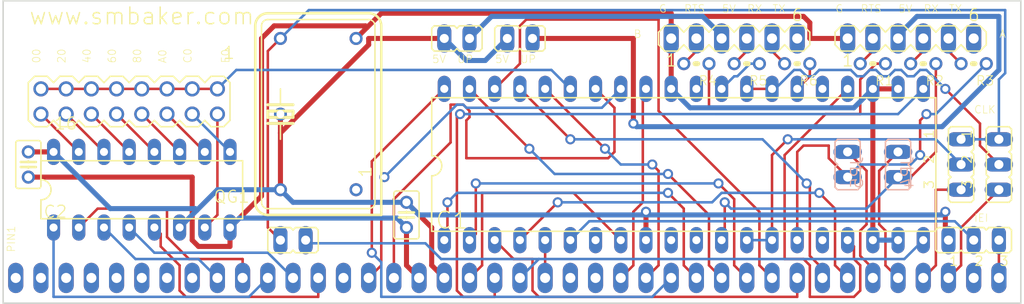
<source format=kicad_pcb>
(kicad_pcb (version 20171130) (host pcbnew 5.1.2)

  (general
    (thickness 1.6)
    (drawings 32)
    (tracks 355)
    (zones 0)
    (modules 25)
    (nets 56)
  )

  (page A4)
  (layers
    (0 Top signal)
    (31 Bottom signal)
    (32 B.Adhes user)
    (33 F.Adhes user)
    (34 B.Paste user)
    (35 F.Paste user)
    (36 B.SilkS user)
    (37 F.SilkS user)
    (38 B.Mask user)
    (39 F.Mask user)
    (40 Dwgs.User user)
    (41 Cmts.User user)
    (42 Eco1.User user)
    (43 Eco2.User user)
    (44 Edge.Cuts user)
    (45 Margin user)
    (46 B.CrtYd user)
    (47 F.CrtYd user)
    (48 B.Fab user)
    (49 F.Fab user)
  )

  (setup
    (last_trace_width 0.25)
    (trace_clearance 0.2)
    (zone_clearance 0.508)
    (zone_45_only no)
    (trace_min 0.2)
    (via_size 0.8)
    (via_drill 0.4)
    (via_min_size 0.4)
    (via_min_drill 0.3)
    (uvia_size 0.3)
    (uvia_drill 0.1)
    (uvias_allowed no)
    (uvia_min_size 0.2)
    (uvia_min_drill 0.1)
    (edge_width 0.05)
    (segment_width 0.2)
    (pcb_text_width 0.3)
    (pcb_text_size 1.5 1.5)
    (mod_edge_width 0.12)
    (mod_text_size 1 1)
    (mod_text_width 0.15)
    (pad_size 1.524 1.524)
    (pad_drill 0.762)
    (pad_to_mask_clearance 0.051)
    (solder_mask_min_width 0.25)
    (aux_axis_origin 0 0)
    (visible_elements FFFFEFFF)
    (pcbplotparams
      (layerselection 0x010fc_ffffffff)
      (usegerberextensions false)
      (usegerberattributes false)
      (usegerberadvancedattributes false)
      (creategerberjobfile false)
      (excludeedgelayer true)
      (linewidth 0.100000)
      (plotframeref false)
      (viasonmask false)
      (mode 1)
      (useauxorigin false)
      (hpglpennumber 1)
      (hpglpenspeed 20)
      (hpglpendiameter 15.000000)
      (psnegative false)
      (psa4output false)
      (plotreference true)
      (plotvalue true)
      (plotinvisibletext false)
      (padsonsilk false)
      (subtractmaskfromsilk false)
      (outputformat 1)
      (mirror false)
      (drillshape 1)
      (scaleselection 1)
      (outputdirectory ""))
  )

  (net 0 "")
  (net 1 GND)
  (net 2 D0)
  (net 3 D1)
  (net 4 D2)
  (net 5 D3)
  (net 6 D4)
  (net 7 D5)
  (net 8 D6)
  (net 9 D7)
  (net 10 N$1)
  (net 11 N$2)
  (net 12 A6)
  (net 13 A5)
  (net 14 A7)
  (net 15 A0)
  (net 16 N$5)
  (net 17 N$7)
  (net 18 N$8)
  (net 19 N$9)
  (net 20 N$10)
  (net 21 N$11)
  (net 22 N$12)
  (net 23 N$13)
  (net 24 N$14)
  (net 25 RTS)
  (net 26 RX)
  (net 27 TX)
  (net 28 N$15)
  (net 29 N$16)
  (net 30 N$17)
  (net 31 +5V)
  (net 32 SCLK)
  (net 33 CLK)
  (net 34 N$22)
  (net 35 A1)
  (net 36 N$4)
  (net 37 N$24)
  (net 38 N$25)
  (net 39 N$26)
  (net 40 RX2)
  (net 41 TX2)
  (net 42 RTS2)
  (net 43 N$37)
  (net 44 N$36)
  (net 45 RD)
  (net 46 N$3)
  (net 47 RCTX)
  (net 48 N$6)
  (net 49 N$18)
  (net 50 CLKA)
  (net 51 E0)
  (net 52 E1)
  (net 53 N$19)
  (net 54 A4)
  (net 55 A3)

  (net_class Default "Dies ist die voreingestellte Netzklasse."
    (clearance 0.2)
    (trace_width 0.25)
    (via_dia 0.8)
    (via_drill 0.4)
    (uvia_dia 0.3)
    (uvia_drill 0.1)
    (add_net +5V)
    (add_net A0)
    (add_net A1)
    (add_net A3)
    (add_net A4)
    (add_net A5)
    (add_net A6)
    (add_net A7)
    (add_net CLK)
    (add_net CLKA)
    (add_net D0)
    (add_net D1)
    (add_net D2)
    (add_net D3)
    (add_net D4)
    (add_net D5)
    (add_net D6)
    (add_net D7)
    (add_net E0)
    (add_net E1)
    (add_net GND)
    (add_net N$1)
    (add_net N$10)
    (add_net N$11)
    (add_net N$12)
    (add_net N$13)
    (add_net N$14)
    (add_net N$15)
    (add_net N$16)
    (add_net N$17)
    (add_net N$18)
    (add_net N$19)
    (add_net N$2)
    (add_net N$22)
    (add_net N$24)
    (add_net N$25)
    (add_net N$26)
    (add_net N$3)
    (add_net N$36)
    (add_net N$37)
    (add_net N$4)
    (add_net N$5)
    (add_net N$6)
    (add_net N$7)
    (add_net N$8)
    (add_net N$9)
    (add_net RCTX)
    (add_net RD)
    (add_net RTS)
    (add_net RTS2)
    (add_net RX)
    (add_net RX2)
    (add_net SCLK)
    (add_net TX)
    (add_net TX2)
  )

  (module "" (layer Top) (tedit 0) (tstamp 0)
    (at 132.7911 101.1886)
    (fp_text reference @HOLE0 (at 0 0) (layer F.SilkS) hide
      (effects (font (size 1.27 1.27) (thickness 0.15)))
    )
    (fp_text value "" (at 0 0) (layer F.SilkS)
      (effects (font (size 1.27 1.27) (thickness 0.15)))
    )
    (pad "" np_thru_hole circle (at 0 0) (size 0.6 0.6) (drill 0.6) (layers *.Cu *.Mask))
  )

  (module 3365c1e53a7ea87593df0e5cd2596002:SIP40 (layer Top) (tedit 0) (tstamp 5F8999FE)
    (at 146.7611 117.6986)
    (fp_text reference U$1 (at 0 0) (layer F.SilkS) hide
      (effects (font (size 1.27 1.27) (thickness 0.15)))
    )
    (fp_text value RC2014 (at 0 0) (layer F.SilkS) hide
      (effects (font (size 1.27 1.27) (thickness 0.15)))
    )
    (pad 21 thru_hole oval (at 2.54 0 90) (size 3.048 1.524) (drill 1.016) (layers *.Cu *.Mask)
      (net 33 CLK) (solder_mask_margin 0.1016))
    (pad 22 thru_hole oval (at 5.08 0 90) (size 3.048 1.524) (drill 1.016) (layers *.Cu *.Mask)
      (net 43 N$37) (solder_mask_margin 0.1016))
    (pad 23 thru_hole oval (at 7.62 0 90) (size 3.048 1.524) (drill 1.016) (layers *.Cu *.Mask)
      (solder_mask_margin 0.1016))
    (pad 24 thru_hole oval (at 10.16 0 90) (size 3.048 1.524) (drill 1.016) (layers *.Cu *.Mask)
      (solder_mask_margin 0.1016))
    (pad 25 thru_hole oval (at 12.7 0 90) (size 3.048 1.524) (drill 1.016) (layers *.Cu *.Mask)
      (net 45 RD) (solder_mask_margin 0.1016))
    (pad 26 thru_hole oval (at 15.24 0 90) (size 3.048 1.524) (drill 1.016) (layers *.Cu *.Mask)
      (net 11 N$2) (solder_mask_margin 0.1016))
    (pad 27 thru_hole oval (at 17.78 0 90) (size 3.048 1.524) (drill 1.016) (layers *.Cu *.Mask)
      (net 2 D0) (solder_mask_margin 0.1016))
    (pad 28 thru_hole oval (at 20.32 0 90) (size 3.048 1.524) (drill 1.016) (layers *.Cu *.Mask)
      (net 3 D1) (solder_mask_margin 0.1016))
    (pad 29 thru_hole oval (at 22.86 0 90) (size 3.048 1.524) (drill 1.016) (layers *.Cu *.Mask)
      (net 4 D2) (solder_mask_margin 0.1016))
    (pad 30 thru_hole oval (at 25.4 0 90) (size 3.048 1.524) (drill 1.016) (layers *.Cu *.Mask)
      (net 5 D3) (solder_mask_margin 0.1016))
    (pad 31 thru_hole oval (at 27.94 0 90) (size 3.048 1.524) (drill 1.016) (layers *.Cu *.Mask)
      (net 6 D4) (solder_mask_margin 0.1016))
    (pad 32 thru_hole oval (at 30.48 0 90) (size 3.048 1.524) (drill 1.016) (layers *.Cu *.Mask)
      (net 7 D5) (solder_mask_margin 0.1016))
    (pad 33 thru_hole oval (at 33.02 0 90) (size 3.048 1.524) (drill 1.016) (layers *.Cu *.Mask)
      (net 8 D6) (solder_mask_margin 0.1016))
    (pad 34 thru_hole oval (at 35.56 0 90) (size 3.048 1.524) (drill 1.016) (layers *.Cu *.Mask)
      (net 9 D7) (solder_mask_margin 0.1016))
    (pad 35 thru_hole oval (at 38.1 0 90) (size 3.048 1.524) (drill 1.016) (layers *.Cu *.Mask)
      (net 47 RCTX) (solder_mask_margin 0.1016))
    (pad 36 thru_hole oval (at 40.64 0 90) (size 3.048 1.524) (drill 1.016) (layers *.Cu *.Mask)
      (net 46 N$3) (solder_mask_margin 0.1016))
    (pad 37 thru_hole oval (at 43.18 0 90) (size 3.048 1.524) (drill 1.016) (layers *.Cu *.Mask)
      (net 51 E0) (solder_mask_margin 0.1016))
    (pad 38 thru_hole oval (at 45.72 0 90) (size 3.048 1.524) (drill 1.016) (layers *.Cu *.Mask)
      (net 52 E1) (solder_mask_margin 0.1016))
    (pad 39 thru_hole oval (at 48.26 0 90) (size 3.048 1.524) (drill 1.016) (layers *.Cu *.Mask)
      (solder_mask_margin 0.1016))
    (pad 40 thru_hole oval (at 50.8 0 90) (size 3.048 1.524) (drill 1.016) (layers *.Cu *.Mask)
      (net 53 N$19) (solder_mask_margin 0.1016))
    (pad 3 thru_hole oval (at -43.18 0 90) (size 3.048 1.524) (drill 1.016) (layers *.Cu *.Mask)
      (solder_mask_margin 0.1016))
    (pad 1 thru_hole oval (at -48.26 0 90) (size 3.048 1.524) (drill 1.016) (layers *.Cu *.Mask)
      (solder_mask_margin 0.1016))
    (pad 2 thru_hole oval (at -45.72 0 90) (size 3.048 1.524) (drill 1.016) (layers *.Cu *.Mask)
      (solder_mask_margin 0.1016))
    (pad 4 thru_hole oval (at -40.64 0 90) (size 3.048 1.524) (drill 1.016) (layers *.Cu *.Mask)
      (solder_mask_margin 0.1016))
    (pad 5 thru_hole oval (at -38.1 0 90) (size 3.048 1.524) (drill 1.016) (layers *.Cu *.Mask)
      (solder_mask_margin 0.1016))
    (pad 6 thru_hole oval (at -35.56 0 90) (size 3.048 1.524) (drill 1.016) (layers *.Cu *.Mask)
      (solder_mask_margin 0.1016))
    (pad 7 thru_hole oval (at -33.02 0 90) (size 3.048 1.524) (drill 1.016) (layers *.Cu *.Mask)
      (solder_mask_margin 0.1016))
    (pad 8 thru_hole oval (at -30.48 0 90) (size 3.048 1.524) (drill 1.016) (layers *.Cu *.Mask)
      (solder_mask_margin 0.1016))
    (pad 9 thru_hole oval (at -27.94 0 90) (size 3.048 1.524) (drill 1.016) (layers *.Cu *.Mask)
      (net 14 A7) (solder_mask_margin 0.1016))
    (pad 10 thru_hole oval (at -25.4 0 90) (size 3.048 1.524) (drill 1.016) (layers *.Cu *.Mask)
      (net 12 A6) (solder_mask_margin 0.1016))
    (pad 11 thru_hole oval (at -22.86 0 90) (size 3.048 1.524) (drill 1.016) (layers *.Cu *.Mask)
      (net 13 A5) (solder_mask_margin 0.1016))
    (pad 12 thru_hole oval (at -20.32 0 90) (size 3.048 1.524) (drill 1.016) (layers *.Cu *.Mask)
      (net 54 A4) (solder_mask_margin 0.1016))
    (pad 13 thru_hole oval (at -17.78 0 90) (size 3.048 1.524) (drill 1.016) (layers *.Cu *.Mask)
      (net 55 A3) (solder_mask_margin 0.1016))
    (pad 14 thru_hole oval (at -15.24 0 90) (size 3.048 1.524) (drill 1.016) (layers *.Cu *.Mask)
      (solder_mask_margin 0.1016))
    (pad 15 thru_hole oval (at -12.7 0 90) (size 3.048 1.524) (drill 1.016) (layers *.Cu *.Mask)
      (net 35 A1) (solder_mask_margin 0.1016))
    (pad 16 thru_hole oval (at -10.16 0 90) (size 3.048 1.524) (drill 1.016) (layers *.Cu *.Mask)
      (net 15 A0) (solder_mask_margin 0.1016))
    (pad 17 thru_hole oval (at -7.62 0 90) (size 3.048 1.524) (drill 1.016) (layers *.Cu *.Mask)
      (net 1 GND) (solder_mask_margin 0.1016))
    (pad 18 thru_hole oval (at -5.08 0 90) (size 3.048 1.524) (drill 1.016) (layers *.Cu *.Mask)
      (net 31 +5V) (solder_mask_margin 0.1016))
    (pad 19 thru_hole oval (at -2.54 0 90) (size 3.048 1.524) (drill 1.016) (layers *.Cu *.Mask)
      (net 10 N$1) (solder_mask_margin 0.1016))
    (pad 20 thru_hole oval (at 0 0 90) (size 3.048 1.524) (drill 1.016) (layers *.Cu *.Mask)
      (net 44 N$36) (solder_mask_margin 0.1016))
  )

  (module 3365c1e53a7ea87593df0e5cd2596002:MA08-2 (layer Top) (tedit 0) (tstamp 5F899A29)
    (at 109.9311 99.9186 180)
    (descr "<b>PIN HEADER</b>")
    (fp_text reference SV1 (at -10.16 -2.921 180) (layer F.SilkS) hide
      (effects (font (size 1.2065 1.2065) (thickness 0.127)) (justify right top))
    )
    (fp_text value "" (at 0 4.191) (layer F.Fab)
      (effects (font (size 1.2065 1.2065) (thickness 0.12065)) (justify right top))
    )
    (fp_poly (pts (xy 8.636 -1.016) (xy 9.144 -1.016) (xy 9.144 -1.524) (xy 8.636 -1.524)) (layer F.Fab) (width 0))
    (fp_poly (pts (xy 6.096 -1.016) (xy 6.604 -1.016) (xy 6.604 -1.524) (xy 6.096 -1.524)) (layer F.Fab) (width 0))
    (fp_poly (pts (xy 6.096 1.524) (xy 6.604 1.524) (xy 6.604 1.016) (xy 6.096 1.016)) (layer F.Fab) (width 0))
    (fp_poly (pts (xy 8.636 1.524) (xy 9.144 1.524) (xy 9.144 1.016) (xy 8.636 1.016)) (layer F.Fab) (width 0))
    (fp_poly (pts (xy 3.556 -1.016) (xy 4.064 -1.016) (xy 4.064 -1.524) (xy 3.556 -1.524)) (layer F.Fab) (width 0))
    (fp_poly (pts (xy 1.016 -1.016) (xy 1.524 -1.016) (xy 1.524 -1.524) (xy 1.016 -1.524)) (layer F.Fab) (width 0))
    (fp_poly (pts (xy -1.524 -1.016) (xy -1.016 -1.016) (xy -1.016 -1.524) (xy -1.524 -1.524)) (layer F.Fab) (width 0))
    (fp_poly (pts (xy -4.064 -1.016) (xy -3.556 -1.016) (xy -3.556 -1.524) (xy -4.064 -1.524)) (layer F.Fab) (width 0))
    (fp_poly (pts (xy -6.604 -1.016) (xy -6.096 -1.016) (xy -6.096 -1.524) (xy -6.604 -1.524)) (layer F.Fab) (width 0))
    (fp_poly (pts (xy -9.144 -1.016) (xy -8.636 -1.016) (xy -8.636 -1.524) (xy -9.144 -1.524)) (layer F.Fab) (width 0))
    (fp_poly (pts (xy 3.556 1.524) (xy 4.064 1.524) (xy 4.064 1.016) (xy 3.556 1.016)) (layer F.Fab) (width 0))
    (fp_poly (pts (xy -1.524 1.524) (xy -1.016 1.524) (xy -1.016 1.016) (xy -1.524 1.016)) (layer F.Fab) (width 0))
    (fp_poly (pts (xy 1.016 1.524) (xy 1.524 1.524) (xy 1.524 1.016) (xy 1.016 1.016)) (layer F.Fab) (width 0))
    (fp_poly (pts (xy -4.064 1.524) (xy -3.556 1.524) (xy -3.556 1.016) (xy -4.064 1.016)) (layer F.Fab) (width 0))
    (fp_poly (pts (xy -9.144 1.524) (xy -8.636 1.524) (xy -8.636 1.016) (xy -9.144 1.016)) (layer F.Fab) (width 0))
    (fp_poly (pts (xy -6.604 1.524) (xy -6.096 1.524) (xy -6.096 1.016) (xy -6.604 1.016)) (layer F.Fab) (width 0))
    (fp_text user 16 (at 7.62 -2.921 180) (layer F.SilkS)
      (effects (font (size 1.2065 1.2065) (thickness 0.127)) (justify left bottom))
    )
    (fp_text user 1 (at -9.398 4.191 180) (layer F.SilkS)
      (effects (font (size 1.2065 1.2065) (thickness 0.127)) (justify left bottom))
    )
    (fp_line (start 6.985 2.54) (end 5.715 2.54) (layer F.SilkS) (width 0.1524))
    (fp_line (start 5.08 1.905) (end 5.715 2.54) (layer F.SilkS) (width 0.1524))
    (fp_line (start 8.255 2.54) (end 7.62 1.905) (layer F.SilkS) (width 0.1524))
    (fp_line (start 9.525 2.54) (end 8.255 2.54) (layer F.SilkS) (width 0.1524))
    (fp_line (start 10.16 1.905) (end 9.525 2.54) (layer F.SilkS) (width 0.1524))
    (fp_line (start 7.62 1.905) (end 6.985 2.54) (layer F.SilkS) (width 0.1524))
    (fp_line (start 10.16 -1.905) (end 10.16 1.905) (layer F.SilkS) (width 0.1524))
    (fp_line (start 5.715 -2.54) (end 5.08 -1.905) (layer F.SilkS) (width 0.1524))
    (fp_line (start 9.525 -2.54) (end 10.16 -1.905) (layer F.SilkS) (width 0.1524))
    (fp_line (start 8.255 -2.54) (end 9.525 -2.54) (layer F.SilkS) (width 0.1524))
    (fp_line (start 7.62 -1.905) (end 8.255 -2.54) (layer F.SilkS) (width 0.1524))
    (fp_line (start 6.985 -2.54) (end 7.62 -1.905) (layer F.SilkS) (width 0.1524))
    (fp_line (start 5.715 -2.54) (end 6.985 -2.54) (layer F.SilkS) (width 0.1524))
    (fp_line (start 3.175 2.54) (end 2.54 1.905) (layer F.SilkS) (width 0.1524))
    (fp_line (start 4.445 2.54) (end 3.175 2.54) (layer F.SilkS) (width 0.1524))
    (fp_line (start 5.08 1.905) (end 4.445 2.54) (layer F.SilkS) (width 0.1524))
    (fp_line (start -0.635 2.54) (end -1.905 2.54) (layer F.SilkS) (width 0.1524))
    (fp_line (start -2.54 1.905) (end -1.905 2.54) (layer F.SilkS) (width 0.1524))
    (fp_line (start 0.635 2.54) (end 0 1.905) (layer F.SilkS) (width 0.1524))
    (fp_line (start 1.905 2.54) (end 0.635 2.54) (layer F.SilkS) (width 0.1524))
    (fp_line (start 2.54 1.905) (end 1.905 2.54) (layer F.SilkS) (width 0.1524))
    (fp_line (start 0 1.905) (end -0.635 2.54) (layer F.SilkS) (width 0.1524))
    (fp_line (start -4.445 2.54) (end -5.08 1.905) (layer F.SilkS) (width 0.1524))
    (fp_line (start -3.175 2.54) (end -4.445 2.54) (layer F.SilkS) (width 0.1524))
    (fp_line (start -2.54 1.905) (end -3.175 2.54) (layer F.SilkS) (width 0.1524))
    (fp_line (start -8.255 2.54) (end -9.525 2.54) (layer F.SilkS) (width 0.1524))
    (fp_line (start -10.16 1.905) (end -9.525 2.54) (layer F.SilkS) (width 0.1524))
    (fp_line (start -10.16 -1.905) (end -10.16 1.905) (layer F.SilkS) (width 0.1524))
    (fp_line (start -6.985 2.54) (end -7.62 1.905) (layer F.SilkS) (width 0.1524))
    (fp_line (start -5.715 2.54) (end -6.985 2.54) (layer F.SilkS) (width 0.1524))
    (fp_line (start -5.08 1.905) (end -5.715 2.54) (layer F.SilkS) (width 0.1524))
    (fp_line (start -7.62 1.905) (end -8.255 2.54) (layer F.SilkS) (width 0.1524))
    (fp_line (start 4.445 -2.54) (end 5.08 -1.905) (layer F.SilkS) (width 0.1524))
    (fp_line (start 3.175 -2.54) (end 4.445 -2.54) (layer F.SilkS) (width 0.1524))
    (fp_line (start 2.54 -1.905) (end 3.175 -2.54) (layer F.SilkS) (width 0.1524))
    (fp_line (start -1.905 -2.54) (end -2.54 -1.905) (layer F.SilkS) (width 0.1524))
    (fp_line (start 1.905 -2.54) (end 2.54 -1.905) (layer F.SilkS) (width 0.1524))
    (fp_line (start 0.635 -2.54) (end 1.905 -2.54) (layer F.SilkS) (width 0.1524))
    (fp_line (start 0 -1.905) (end 0.635 -2.54) (layer F.SilkS) (width 0.1524))
    (fp_line (start -0.635 -2.54) (end 0 -1.905) (layer F.SilkS) (width 0.1524))
    (fp_line (start -1.905 -2.54) (end -0.635 -2.54) (layer F.SilkS) (width 0.1524))
    (fp_line (start -3.175 -2.54) (end -2.54 -1.905) (layer F.SilkS) (width 0.1524))
    (fp_line (start -4.445 -2.54) (end -3.175 -2.54) (layer F.SilkS) (width 0.1524))
    (fp_line (start -5.08 -1.905) (end -4.445 -2.54) (layer F.SilkS) (width 0.1524))
    (fp_line (start -9.525 -2.54) (end -10.16 -1.905) (layer F.SilkS) (width 0.1524))
    (fp_line (start -5.715 -2.54) (end -5.08 -1.905) (layer F.SilkS) (width 0.1524))
    (fp_line (start -6.985 -2.54) (end -5.715 -2.54) (layer F.SilkS) (width 0.1524))
    (fp_line (start -7.62 -1.905) (end -6.985 -2.54) (layer F.SilkS) (width 0.1524))
    (fp_line (start -8.255 -2.54) (end -7.62 -1.905) (layer F.SilkS) (width 0.1524))
    (fp_line (start -9.525 -2.54) (end -8.255 -2.54) (layer F.SilkS) (width 0.1524))
    (pad 16 thru_hole circle (at 8.89 -1.27 180) (size 1.524 1.524) (drill 1.016) (layers *.Cu *.Mask)
      (net 17 N$7) (solder_mask_margin 0.1016))
    (pad 14 thru_hole circle (at 6.35 -1.27 180) (size 1.524 1.524) (drill 1.016) (layers *.Cu *.Mask)
      (net 18 N$8) (solder_mask_margin 0.1016))
    (pad 15 thru_hole circle (at 8.89 1.27 180) (size 1.524 1.524) (drill 1.016) (layers *.Cu *.Mask)
      (net 16 N$5) (solder_mask_margin 0.1016))
    (pad 13 thru_hole circle (at 6.35 1.27 180) (size 1.524 1.524) (drill 1.016) (layers *.Cu *.Mask)
      (net 16 N$5) (solder_mask_margin 0.1016))
    (pad 12 thru_hole circle (at 3.81 -1.27 180) (size 1.524 1.524) (drill 1.016) (layers *.Cu *.Mask)
      (net 19 N$9) (solder_mask_margin 0.1016))
    (pad 10 thru_hole circle (at 1.27 -1.27 180) (size 1.524 1.524) (drill 1.016) (layers *.Cu *.Mask)
      (net 20 N$10) (solder_mask_margin 0.1016))
    (pad 8 thru_hole circle (at -1.27 -1.27 180) (size 1.524 1.524) (drill 1.016) (layers *.Cu *.Mask)
      (net 21 N$11) (solder_mask_margin 0.1016))
    (pad 6 thru_hole circle (at -3.81 -1.27 180) (size 1.524 1.524) (drill 1.016) (layers *.Cu *.Mask)
      (net 22 N$12) (solder_mask_margin 0.1016))
    (pad 4 thru_hole circle (at -6.35 -1.27 180) (size 1.524 1.524) (drill 1.016) (layers *.Cu *.Mask)
      (net 23 N$13) (solder_mask_margin 0.1016))
    (pad 2 thru_hole circle (at -8.89 -1.27 180) (size 1.524 1.524) (drill 1.016) (layers *.Cu *.Mask)
      (net 24 N$14) (solder_mask_margin 0.1016))
    (pad 11 thru_hole circle (at 3.81 1.27 180) (size 1.524 1.524) (drill 1.016) (layers *.Cu *.Mask)
      (net 16 N$5) (solder_mask_margin 0.1016))
    (pad 9 thru_hole circle (at 1.27 1.27 180) (size 1.524 1.524) (drill 1.016) (layers *.Cu *.Mask)
      (net 16 N$5) (solder_mask_margin 0.1016))
    (pad 7 thru_hole circle (at -1.27 1.27 180) (size 1.524 1.524) (drill 1.016) (layers *.Cu *.Mask)
      (net 16 N$5) (solder_mask_margin 0.1016))
    (pad 5 thru_hole circle (at -3.81 1.27 180) (size 1.524 1.524) (drill 1.016) (layers *.Cu *.Mask)
      (net 16 N$5) (solder_mask_margin 0.1016))
    (pad 3 thru_hole circle (at -6.35 1.27 180) (size 1.524 1.524) (drill 1.016) (layers *.Cu *.Mask)
      (net 16 N$5) (solder_mask_margin 0.1016))
    (pad 1 thru_hole circle (at -8.89 1.27 180) (size 1.524 1.524) (drill 1.016) (layers *.Cu *.Mask)
      (net 16 N$5) (solder_mask_margin 0.1016))
  )

  (module 3365c1e53a7ea87593df0e5cd2596002:MA06-1 (layer Top) (tedit 0) (tstamp 5F899A80)
    (at 188.6711 93.5686)
    (descr "<b>PIN HEADER</b>")
    (fp_text reference SV2 (at -7.62 -1.651) (layer F.SilkS) hide
      (effects (font (size 1.2065 1.2065) (thickness 0.127)) (justify left bottom))
    )
    (fp_text value "" (at -2.54 2.921) (layer F.Fab)
      (effects (font (size 1.2065 1.2065) (thickness 0.12065)) (justify left bottom))
    )
    (fp_poly (pts (xy 6.096 0.254) (xy 6.604 0.254) (xy 6.604 -0.254) (xy 6.096 -0.254)) (layer F.Fab) (width 0))
    (fp_poly (pts (xy 1.016 0.254) (xy 1.524 0.254) (xy 1.524 -0.254) (xy 1.016 -0.254)) (layer F.Fab) (width 0))
    (fp_poly (pts (xy 3.556 0.254) (xy 4.064 0.254) (xy 4.064 -0.254) (xy 3.556 -0.254)) (layer F.Fab) (width 0))
    (fp_poly (pts (xy -1.524 0.254) (xy -1.016 0.254) (xy -1.016 -0.254) (xy -1.524 -0.254)) (layer F.Fab) (width 0))
    (fp_poly (pts (xy -6.604 0.254) (xy -6.096 0.254) (xy -6.096 -0.254) (xy -6.604 -0.254)) (layer F.Fab) (width 0))
    (fp_poly (pts (xy -4.064 0.254) (xy -3.556 0.254) (xy -3.556 -0.254) (xy -4.064 -0.254)) (layer F.Fab) (width 0))
    (fp_text user 6 (at 5.715 -1.651) (layer F.SilkS)
      (effects (font (size 1.2065 1.2065) (thickness 0.127)) (justify left bottom))
    )
    (fp_text user 1 (at -6.985 2.921) (layer F.SilkS)
      (effects (font (size 1.2065 1.2065) (thickness 0.127)) (justify left bottom))
    )
    (fp_line (start 7.62 -0.635) (end 7.62 0.635) (layer F.SilkS) (width 0.1524))
    (fp_line (start 5.715 1.27) (end 5.08 0.635) (layer F.SilkS) (width 0.1524))
    (fp_line (start 6.985 1.27) (end 5.715 1.27) (layer F.SilkS) (width 0.1524))
    (fp_line (start 7.62 0.635) (end 6.985 1.27) (layer F.SilkS) (width 0.1524))
    (fp_line (start 6.985 -1.27) (end 7.62 -0.635) (layer F.SilkS) (width 0.1524))
    (fp_line (start 5.715 -1.27) (end 6.985 -1.27) (layer F.SilkS) (width 0.1524))
    (fp_line (start 5.08 -0.635) (end 5.715 -1.27) (layer F.SilkS) (width 0.1524))
    (fp_line (start 1.905 1.27) (end 0.635 1.27) (layer F.SilkS) (width 0.1524))
    (fp_line (start 0 0.635) (end 0.635 1.27) (layer F.SilkS) (width 0.1524))
    (fp_line (start 0.635 -1.27) (end 0 -0.635) (layer F.SilkS) (width 0.1524))
    (fp_line (start 3.175 1.27) (end 2.54 0.635) (layer F.SilkS) (width 0.1524))
    (fp_line (start 4.445 1.27) (end 3.175 1.27) (layer F.SilkS) (width 0.1524))
    (fp_line (start 5.08 0.635) (end 4.445 1.27) (layer F.SilkS) (width 0.1524))
    (fp_line (start 4.445 -1.27) (end 5.08 -0.635) (layer F.SilkS) (width 0.1524))
    (fp_line (start 3.175 -1.27) (end 4.445 -1.27) (layer F.SilkS) (width 0.1524))
    (fp_line (start 2.54 -0.635) (end 3.175 -1.27) (layer F.SilkS) (width 0.1524))
    (fp_line (start 2.54 0.635) (end 1.905 1.27) (layer F.SilkS) (width 0.1524))
    (fp_line (start 1.905 -1.27) (end 2.54 -0.635) (layer F.SilkS) (width 0.1524))
    (fp_line (start 0.635 -1.27) (end 1.905 -1.27) (layer F.SilkS) (width 0.1524))
    (fp_line (start -1.905 1.27) (end -2.54 0.635) (layer F.SilkS) (width 0.1524))
    (fp_line (start -0.635 1.27) (end -1.905 1.27) (layer F.SilkS) (width 0.1524))
    (fp_line (start 0 0.635) (end -0.635 1.27) (layer F.SilkS) (width 0.1524))
    (fp_line (start -0.635 -1.27) (end 0 -0.635) (layer F.SilkS) (width 0.1524))
    (fp_line (start -1.905 -1.27) (end -0.635 -1.27) (layer F.SilkS) (width 0.1524))
    (fp_line (start -2.54 -0.635) (end -1.905 -1.27) (layer F.SilkS) (width 0.1524))
    (fp_line (start -5.715 1.27) (end -6.985 1.27) (layer F.SilkS) (width 0.1524))
    (fp_line (start -7.62 0.635) (end -6.985 1.27) (layer F.SilkS) (width 0.1524))
    (fp_line (start -6.985 -1.27) (end -7.62 -0.635) (layer F.SilkS) (width 0.1524))
    (fp_line (start -7.62 -0.635) (end -7.62 0.635) (layer F.SilkS) (width 0.1524))
    (fp_line (start -4.445 1.27) (end -5.08 0.635) (layer F.SilkS) (width 0.1524))
    (fp_line (start -3.175 1.27) (end -4.445 1.27) (layer F.SilkS) (width 0.1524))
    (fp_line (start -2.54 0.635) (end -3.175 1.27) (layer F.SilkS) (width 0.1524))
    (fp_line (start -3.175 -1.27) (end -2.54 -0.635) (layer F.SilkS) (width 0.1524))
    (fp_line (start -4.445 -1.27) (end -3.175 -1.27) (layer F.SilkS) (width 0.1524))
    (fp_line (start -5.08 -0.635) (end -4.445 -1.27) (layer F.SilkS) (width 0.1524))
    (fp_line (start -5.08 0.635) (end -5.715 1.27) (layer F.SilkS) (width 0.1524))
    (fp_line (start -5.715 -1.27) (end -5.08 -0.635) (layer F.SilkS) (width 0.1524))
    (fp_line (start -6.985 -1.27) (end -5.715 -1.27) (layer F.SilkS) (width 0.1524))
    (pad 6 thru_hole oval (at 6.35 0 90) (size 3.048 1.524) (drill 1.016) (layers *.Cu *.Mask)
      (solder_mask_margin 0.1016))
    (pad 5 thru_hole oval (at 3.81 0 90) (size 3.048 1.524) (drill 1.016) (layers *.Cu *.Mask)
      (net 30 N$17) (solder_mask_margin 0.1016))
    (pad 4 thru_hole oval (at 1.27 0 90) (size 3.048 1.524) (drill 1.016) (layers *.Cu *.Mask)
      (net 29 N$16) (solder_mask_margin 0.1016))
    (pad 3 thru_hole oval (at -1.27 0 90) (size 3.048 1.524) (drill 1.016) (layers *.Cu *.Mask)
      (net 34 N$22) (solder_mask_margin 0.1016))
    (pad 2 thru_hole oval (at -3.81 0 90) (size 3.048 1.524) (drill 1.016) (layers *.Cu *.Mask)
      (net 28 N$15) (solder_mask_margin 0.1016))
    (pad 1 thru_hole oval (at -6.35 0 90) (size 3.048 1.524) (drill 1.016) (layers *.Cu *.Mask)
      (net 1 GND) (solder_mask_margin 0.1016))
  )

  (module 3365c1e53a7ea87593df0e5cd2596002:0204V (layer Top) (tedit 0) (tstamp 5F899AB7)
    (at 184.8611 96.1086 180)
    (descr "<b>RESISTOR</b><p>\ntype 0204, grid 2.5 mm")
    (fp_text reference R1 (at -2.1336 -1.1684) (layer F.SilkS)
      (effects (font (size 0.94107 0.94107) (thickness 0.094107)) (justify right top))
    )
    (fp_text value "" (at -2.1336 2.3114) (layer F.Fab)
      (effects (font (size 0.94107 0.94107) (thickness 0.094107)) (justify right top))
    )
    (fp_circle (center -1.27 0) (end -0.635 0) (layer F.Fab) (width 0.0508))
    (fp_circle (center -1.27 0) (end -0.381 0) (layer F.Fab) (width 0.1524))
    (fp_line (start -0.127 0) (end 0.127 0) (layer F.SilkS) (width 0.508))
    (fp_line (start -1.27 0) (end 1.27 0) (layer F.Fab) (width 0.508))
    (pad 2 thru_hole circle (at 1.27 0 180) (size 1.3208 1.3208) (drill 0.8128) (layers *.Cu *.Mask)
      (net 28 N$15) (solder_mask_margin 0.1016))
    (pad 1 thru_hole circle (at -1.27 0 180) (size 1.3208 1.3208) (drill 0.8128) (layers *.Cu *.Mask)
      (net 25 RTS) (solder_mask_margin 0.1016))
  )

  (module 3365c1e53a7ea87593df0e5cd2596002:0204V (layer Top) (tedit 0) (tstamp 5F899AC0)
    (at 189.9411 96.1086 180)
    (descr "<b>RESISTOR</b><p>\ntype 0204, grid 2.5 mm")
    (fp_text reference R2 (at -2.1336 -1.1684) (layer F.SilkS)
      (effects (font (size 0.94107 0.94107) (thickness 0.094107)) (justify right top))
    )
    (fp_text value "" (at -2.1336 2.3114) (layer F.Fab)
      (effects (font (size 0.94107 0.94107) (thickness 0.094107)) (justify right top))
    )
    (fp_circle (center -1.27 0) (end -0.635 0) (layer F.Fab) (width 0.0508))
    (fp_circle (center -1.27 0) (end -0.381 0) (layer F.Fab) (width 0.1524))
    (fp_line (start -0.127 0) (end 0.127 0) (layer F.SilkS) (width 0.508))
    (fp_line (start -1.27 0) (end 1.27 0) (layer F.Fab) (width 0.508))
    (pad 2 thru_hole circle (at 1.27 0 180) (size 1.3208 1.3208) (drill 0.8128) (layers *.Cu *.Mask)
      (net 29 N$16) (solder_mask_margin 0.1016))
    (pad 1 thru_hole circle (at -1.27 0 180) (size 1.3208 1.3208) (drill 0.8128) (layers *.Cu *.Mask)
      (net 26 RX) (solder_mask_margin 0.1016))
  )

  (module 3365c1e53a7ea87593df0e5cd2596002:0204V (layer Top) (tedit 0) (tstamp 5F899AC9)
    (at 195.0211 96.1086 180)
    (descr "<b>RESISTOR</b><p>\ntype 0204, grid 2.5 mm")
    (fp_text reference R3 (at -2.1336 -1.1684) (layer F.SilkS)
      (effects (font (size 0.94107 0.94107) (thickness 0.094107)) (justify right top))
    )
    (fp_text value "" (at -2.1336 2.3114) (layer F.Fab)
      (effects (font (size 0.94107 0.94107) (thickness 0.094107)) (justify right top))
    )
    (fp_circle (center -1.27 0) (end -0.635 0) (layer F.Fab) (width 0.0508))
    (fp_circle (center -1.27 0) (end -0.381 0) (layer F.Fab) (width 0.1524))
    (fp_line (start -0.127 0) (end 0.127 0) (layer F.SilkS) (width 0.508))
    (fp_line (start -1.27 0) (end 1.27 0) (layer F.Fab) (width 0.508))
    (pad 2 thru_hole circle (at 1.27 0 180) (size 1.3208 1.3208) (drill 0.8128) (layers *.Cu *.Mask)
      (net 30 N$17) (solder_mask_margin 0.1016))
    (pad 1 thru_hole circle (at -1.27 0 180) (size 1.3208 1.3208) (drill 0.8128) (layers *.Cu *.Mask)
      (net 27 TX) (solder_mask_margin 0.1016))
  )

  (module 3365c1e53a7ea87593df0e5cd2596002:DIL14S (layer Top) (tedit 0) (tstamp 5F899AD2)
    (at 128.9811 101.1886 90)
    (descr "<b>CRYSTAL RESONATOR</b>")
    (fp_text reference QG1 (at -7.62 -6.8326) (layer F.SilkS)
      (effects (font (size 1.2065 1.2065) (thickness 0.12065)) (justify right top))
    )
    (fp_text value "" (at -7.62 0.8128 90) (layer F.Fab)
      (effects (font (size 1.2065 1.2065) (thickness 0.12065)) (justify left bottom))
    )
    (fp_text user 1 (at -6.477 5.461 90) (layer F.SilkS)
      (effects (font (size 1.2065 1.2065) (thickness 0.127)) (justify left bottom))
    )
    (fp_circle (center -8.509 4.699) (end -7.874 4.699) (layer F.Fab) (width 0.3048))
    (fp_line (start -0.9398 -3.81) (end -0.9398 -2.54) (layer F.SilkS) (width 0.3048))
    (fp_line (start -0.9398 -3.81) (end -2.54 -3.81) (layer F.SilkS) (width 0.1524))
    (fp_line (start 0.9398 -3.81) (end 0.9398 -2.54) (layer F.SilkS) (width 0.3048))
    (fp_line (start 0.9398 -3.81) (end 2.54 -3.81) (layer F.SilkS) (width 0.1524))
    (fp_line (start -0.9398 -5.08) (end -0.9398 -3.81) (layer F.SilkS) (width 0.3048))
    (fp_line (start 0.9398 -5.08) (end 0.9398 -3.81) (layer F.SilkS) (width 0.3048))
    (fp_line (start 0.3048 -5.08) (end -0.3302 -5.08) (layer F.SilkS) (width 0.3048))
    (fp_line (start 0.3048 -2.54) (end 0.3048 -5.08) (layer F.SilkS) (width 0.3048))
    (fp_line (start -0.3302 -2.54) (end 0.3048 -2.54) (layer F.SilkS) (width 0.3048))
    (fp_line (start -0.3302 -5.08) (end -0.3302 -2.54) (layer F.SilkS) (width 0.3048))
    (fp_arc (start -8.89 5.08) (end -9.525 5.08) (angle -90) (layer F.SilkS) (width 0.1524))
    (fp_arc (start -8.89 -5.08) (end -10.16 -5.08) (angle 90) (layer F.SilkS) (width 0.254))
    (fp_arc (start -8.89 -5.08) (end -9.525 -5.08) (angle 90) (layer F.SilkS) (width 0.1524))
    (fp_arc (start 8.89 -5.08) (end 8.89 -6.35) (angle 90) (layer F.SilkS) (width 0.254))
    (fp_arc (start 8.89 -5.08) (end 8.89 -5.715) (angle 90) (layer F.SilkS) (width 0.1524))
    (fp_arc (start 8.89 5.08) (end 8.89 5.715) (angle -90) (layer F.SilkS) (width 0.1524))
    (fp_arc (start 8.89 5.08) (end 8.89 6.35) (angle -90) (layer F.SilkS) (width 0.254))
    (fp_line (start -9.525 -5.08) (end -9.525 5.08) (layer F.SilkS) (width 0.1524))
    (fp_line (start 8.89 -5.715) (end -8.89 -5.715) (layer F.SilkS) (width 0.1524))
    (fp_line (start 9.525 5.08) (end 9.525 -5.08) (layer F.SilkS) (width 0.1524))
    (fp_line (start -8.89 5.715) (end 8.89 5.715) (layer F.SilkS) (width 0.1524))
    (fp_line (start -10.16 6.35) (end -10.16 -5.08) (layer F.SilkS) (width 0.254))
    (fp_line (start 8.89 -6.35) (end -8.89 -6.35) (layer F.SilkS) (width 0.254))
    (fp_line (start 10.16 5.08) (end 10.16 -5.08) (layer F.SilkS) (width 0.254))
    (fp_line (start -10.16 6.35) (end 8.89 6.35) (layer F.SilkS) (width 0.254))
    (pad 14 thru_hole circle (at -7.62 -3.81 90) (size 1.3208 1.3208) (drill 0.8128) (layers *.Cu *.Mask)
      (net 31 +5V) (solder_mask_margin 0.1016))
    (pad 8 thru_hole circle (at 7.62 -3.81 90) (size 1.3208 1.3208) (drill 0.8128) (layers *.Cu *.Mask)
      (net 32 SCLK) (solder_mask_margin 0.1016))
    (pad 7 thru_hole circle (at 7.62 3.81 90) (size 1.3208 1.3208) (drill 0.8128) (layers *.Cu *.Mask)
      (net 1 GND) (solder_mask_margin 0.1016))
    (pad 1 thru_hole circle (at -7.62 3.81 90) (size 1.3208 1.3208) (drill 0.8128) (layers *.Cu *.Mask)
      (solder_mask_margin 0.1016))
  )

  (module 3365c1e53a7ea87593df0e5cd2596002:C025-025X050 (layer Top) (tedit 0) (tstamp 5F899AF4)
    (at 99.7711 106.2686 270)
    (descr "<b>CAPACITOR</b><p>\ngrid 2.5 mm, outline 2.5 x 5 mm")
    (fp_text reference C1 (at -2.286 -1.524 270) (layer F.SilkS) hide
      (effects (font (size 1.2065 1.2065) (thickness 0.127)) (justify right top))
    )
    (fp_text value "" (at -2.286 2.794 90) (layer F.Fab)
      (effects (font (size 1.2065 1.2065) (thickness 0.12065)) (justify right top))
    )
    (fp_line (start -0.381 0) (end -0.762 0) (layer F.Fab) (width 0.1524))
    (fp_line (start -0.254 0) (end -0.381 0) (layer F.SilkS) (width 0.1524))
    (fp_line (start -0.254 0) (end -0.254 0.762) (layer F.SilkS) (width 0.254))
    (fp_line (start -0.254 -0.762) (end -0.254 0) (layer F.SilkS) (width 0.254))
    (fp_line (start 0.254 0) (end 0.254 0.762) (layer F.SilkS) (width 0.254))
    (fp_line (start 0.254 0) (end 0.254 -0.762) (layer F.SilkS) (width 0.254))
    (fp_line (start 0.381 0) (end 0.254 0) (layer F.SilkS) (width 0.1524))
    (fp_line (start 0.762 0) (end 0.381 0) (layer F.Fab) (width 0.1524))
    (fp_arc (start -2.159 1.016) (end -2.413 1.016) (angle -90) (layer F.SilkS) (width 0.1524))
    (fp_arc (start 2.159 1.016) (end 2.159 1.27) (angle -90) (layer F.SilkS) (width 0.1524))
    (fp_arc (start -2.159 -1.016) (end -2.413 -1.016) (angle 90) (layer F.SilkS) (width 0.1524))
    (fp_arc (start 2.159 -1.016) (end 2.159 -1.27) (angle 90) (layer F.SilkS) (width 0.1524))
    (fp_line (start -2.413 -1.016) (end -2.413 1.016) (layer F.SilkS) (width 0.1524))
    (fp_line (start 2.413 -1.016) (end 2.413 1.016) (layer F.SilkS) (width 0.1524))
    (fp_line (start 2.159 1.27) (end -2.159 1.27) (layer F.SilkS) (width 0.1524))
    (fp_line (start -2.159 -1.27) (end 2.159 -1.27) (layer F.SilkS) (width 0.1524))
    (pad 2 thru_hole circle (at 1.27 0 270) (size 1.3208 1.3208) (drill 0.8128) (layers *.Cu *.Mask)
      (net 1 GND) (solder_mask_margin 0.1016))
    (pad 1 thru_hole circle (at -1.27 0 270) (size 1.3208 1.3208) (drill 0.8128) (layers *.Cu *.Mask)
      (net 31 +5V) (solder_mask_margin 0.1016))
  )

  (module 3365c1e53a7ea87593df0e5cd2596002:JP1 (layer Top) (tedit 0) (tstamp 5F899B09)
    (at 126.4411 113.8886 270)
    (descr <b>JUMPER</b>)
    (fp_text reference JP1 (at -1.651 2.54) (layer F.SilkS) hide
      (effects (font (size 1.2065 1.2065) (thickness 0.127)) (justify left bottom))
    )
    (fp_text value "" (at 2.921 2.54) (layer F.Fab)
      (effects (font (size 1.2065 1.2065) (thickness 0.12065)) (justify left bottom))
    )
    (fp_poly (pts (xy -0.3048 1.5748) (xy 0.3048 1.5748) (xy 0.3048 0.9652) (xy -0.3048 0.9652)) (layer F.Fab) (width 0))
    (fp_poly (pts (xy -0.3048 -0.9652) (xy 0.3048 -0.9652) (xy 0.3048 -1.5748) (xy -0.3048 -1.5748)) (layer F.Fab) (width 0))
    (fp_line (start -1.016 2.54) (end 1.016 2.54) (layer F.SilkS) (width 0.1524))
    (fp_line (start -1.016 2.54) (end -1.27 2.286) (layer F.SilkS) (width 0.1524))
    (fp_line (start -1.27 0.254) (end -1.27 2.286) (layer F.SilkS) (width 0.1524))
    (fp_line (start -1.27 -2.286) (end -1.27 -0.254) (layer F.SilkS) (width 0.1524))
    (fp_line (start -1.27 -2.286) (end -1.016 -2.54) (layer F.SilkS) (width 0.1524))
    (fp_line (start 1.016 -2.54) (end -1.016 -2.54) (layer F.SilkS) (width 0.1524))
    (fp_line (start 1.27 -2.286) (end 1.27 -0.254) (layer F.SilkS) (width 0.1524))
    (fp_line (start 1.27 -2.286) (end 1.016 -2.54) (layer F.SilkS) (width 0.1524))
    (fp_line (start 1.016 2.54) (end 1.27 2.286) (layer F.SilkS) (width 0.1524))
    (fp_line (start 1.27 0.254) (end 1.27 2.286) (layer F.SilkS) (width 0.1524))
    (fp_line (start 1.016 0) (end 1.27 0.254) (layer F.SilkS) (width 0.1524))
    (fp_line (start 1.016 0) (end 1.27 -0.254) (layer F.SilkS) (width 0.1524))
    (fp_line (start -1.016 0) (end -1.27 0.254) (layer F.SilkS) (width 0.1524))
    (fp_line (start -1.016 0) (end -1.27 -0.254) (layer F.SilkS) (width 0.1524))
    (pad 2 thru_hole oval (at 0 -1.27 270) (size 2.8448 1.4224) (drill 0.9144) (layers *.Cu *.Mask)
      (net 33 CLK) (solder_mask_margin 0.1016))
    (pad 1 thru_hole oval (at 0 1.27 270) (size 2.8448 1.4224) (drill 0.9144) (layers *.Cu *.Mask)
      (net 32 SCLK) (solder_mask_margin 0.1016))
  )

  (module 3365c1e53a7ea87593df0e5cd2596002:JP1 (layer Top) (tedit 0) (tstamp 5F899B1E)
    (at 149.3011 93.5686 90)
    (descr <b>JUMPER</b>)
    (fp_text reference JP2 (at -1.651 2.54 180) (layer F.SilkS) hide
      (effects (font (size 1.2065 1.2065) (thickness 0.127)) (justify right top))
    )
    (fp_text value "" (at 2.921 2.54) (layer F.Fab)
      (effects (font (size 1.2065 1.2065) (thickness 0.12065)) (justify right top))
    )
    (fp_poly (pts (xy -0.3048 1.5748) (xy 0.3048 1.5748) (xy 0.3048 0.9652) (xy -0.3048 0.9652)) (layer F.Fab) (width 0))
    (fp_poly (pts (xy -0.3048 -0.9652) (xy 0.3048 -0.9652) (xy 0.3048 -1.5748) (xy -0.3048 -1.5748)) (layer F.Fab) (width 0))
    (fp_line (start -1.016 2.54) (end 1.016 2.54) (layer F.SilkS) (width 0.1524))
    (fp_line (start -1.016 2.54) (end -1.27 2.286) (layer F.SilkS) (width 0.1524))
    (fp_line (start -1.27 0.254) (end -1.27 2.286) (layer F.SilkS) (width 0.1524))
    (fp_line (start -1.27 -2.286) (end -1.27 -0.254) (layer F.SilkS) (width 0.1524))
    (fp_line (start -1.27 -2.286) (end -1.016 -2.54) (layer F.SilkS) (width 0.1524))
    (fp_line (start 1.016 -2.54) (end -1.016 -2.54) (layer F.SilkS) (width 0.1524))
    (fp_line (start 1.27 -2.286) (end 1.27 -0.254) (layer F.SilkS) (width 0.1524))
    (fp_line (start 1.27 -2.286) (end 1.016 -2.54) (layer F.SilkS) (width 0.1524))
    (fp_line (start 1.016 2.54) (end 1.27 2.286) (layer F.SilkS) (width 0.1524))
    (fp_line (start 1.27 0.254) (end 1.27 2.286) (layer F.SilkS) (width 0.1524))
    (fp_line (start 1.016 0) (end 1.27 0.254) (layer F.SilkS) (width 0.1524))
    (fp_line (start 1.016 0) (end 1.27 -0.254) (layer F.SilkS) (width 0.1524))
    (fp_line (start -1.016 0) (end -1.27 0.254) (layer F.SilkS) (width 0.1524))
    (fp_line (start -1.016 0) (end -1.27 -0.254) (layer F.SilkS) (width 0.1524))
    (pad 2 thru_hole oval (at 0 -1.27 90) (size 2.8448 1.4224) (drill 0.9144) (layers *.Cu *.Mask)
      (net 31 +5V) (solder_mask_margin 0.1016))
    (pad 1 thru_hole oval (at 0 1.27 90) (size 2.8448 1.4224) (drill 0.9144) (layers *.Cu *.Mask)
      (net 34 N$22) (solder_mask_margin 0.1016))
  )

  (module 3365c1e53a7ea87593df0e5cd2596002:SMALL_TP (layer Top) (tedit 0) (tstamp 5F899B33)
    (at 125.1711 101.1886)
    (fp_text reference U$2 (at 0 0) (layer F.SilkS) hide
      (effects (font (size 1.27 1.27) (thickness 0.15)))
    )
    (fp_text value SMALL_TP (at 0 0) (layer F.SilkS) hide
      (effects (font (size 1.27 1.27) (thickness 0.15)))
    )
    (pad TP thru_hole circle (at 0 0) (size 1.308 1.308) (drill 0.8) (layers *.Cu *.Mask)
      (net 31 +5V) (solder_mask_margin 0.1016))
  )

  (module 3365c1e53a7ea87593df0e5cd2596002:MA06-1 (layer Top) (tedit 0) (tstamp 5F899B37)
    (at 170.8911 93.5686)
    (descr "<b>PIN HEADER</b>")
    (fp_text reference SV4 (at -7.62 -1.651) (layer F.SilkS) hide
      (effects (font (size 1.2065 1.2065) (thickness 0.127)) (justify left bottom))
    )
    (fp_text value "" (at -2.54 2.921) (layer F.Fab)
      (effects (font (size 1.2065 1.2065) (thickness 0.12065)) (justify left bottom))
    )
    (fp_poly (pts (xy 6.096 0.254) (xy 6.604 0.254) (xy 6.604 -0.254) (xy 6.096 -0.254)) (layer F.Fab) (width 0))
    (fp_poly (pts (xy 1.016 0.254) (xy 1.524 0.254) (xy 1.524 -0.254) (xy 1.016 -0.254)) (layer F.Fab) (width 0))
    (fp_poly (pts (xy 3.556 0.254) (xy 4.064 0.254) (xy 4.064 -0.254) (xy 3.556 -0.254)) (layer F.Fab) (width 0))
    (fp_poly (pts (xy -1.524 0.254) (xy -1.016 0.254) (xy -1.016 -0.254) (xy -1.524 -0.254)) (layer F.Fab) (width 0))
    (fp_poly (pts (xy -6.604 0.254) (xy -6.096 0.254) (xy -6.096 -0.254) (xy -6.604 -0.254)) (layer F.Fab) (width 0))
    (fp_poly (pts (xy -4.064 0.254) (xy -3.556 0.254) (xy -3.556 -0.254) (xy -4.064 -0.254)) (layer F.Fab) (width 0))
    (fp_text user 6 (at 5.715 -1.651) (layer F.SilkS)
      (effects (font (size 1.2065 1.2065) (thickness 0.127)) (justify left bottom))
    )
    (fp_text user 1 (at -6.985 2.921) (layer F.SilkS)
      (effects (font (size 1.2065 1.2065) (thickness 0.127)) (justify left bottom))
    )
    (fp_line (start 7.62 -0.635) (end 7.62 0.635) (layer F.SilkS) (width 0.1524))
    (fp_line (start 5.715 1.27) (end 5.08 0.635) (layer F.SilkS) (width 0.1524))
    (fp_line (start 6.985 1.27) (end 5.715 1.27) (layer F.SilkS) (width 0.1524))
    (fp_line (start 7.62 0.635) (end 6.985 1.27) (layer F.SilkS) (width 0.1524))
    (fp_line (start 6.985 -1.27) (end 7.62 -0.635) (layer F.SilkS) (width 0.1524))
    (fp_line (start 5.715 -1.27) (end 6.985 -1.27) (layer F.SilkS) (width 0.1524))
    (fp_line (start 5.08 -0.635) (end 5.715 -1.27) (layer F.SilkS) (width 0.1524))
    (fp_line (start 1.905 1.27) (end 0.635 1.27) (layer F.SilkS) (width 0.1524))
    (fp_line (start 0 0.635) (end 0.635 1.27) (layer F.SilkS) (width 0.1524))
    (fp_line (start 0.635 -1.27) (end 0 -0.635) (layer F.SilkS) (width 0.1524))
    (fp_line (start 3.175 1.27) (end 2.54 0.635) (layer F.SilkS) (width 0.1524))
    (fp_line (start 4.445 1.27) (end 3.175 1.27) (layer F.SilkS) (width 0.1524))
    (fp_line (start 5.08 0.635) (end 4.445 1.27) (layer F.SilkS) (width 0.1524))
    (fp_line (start 4.445 -1.27) (end 5.08 -0.635) (layer F.SilkS) (width 0.1524))
    (fp_line (start 3.175 -1.27) (end 4.445 -1.27) (layer F.SilkS) (width 0.1524))
    (fp_line (start 2.54 -0.635) (end 3.175 -1.27) (layer F.SilkS) (width 0.1524))
    (fp_line (start 2.54 0.635) (end 1.905 1.27) (layer F.SilkS) (width 0.1524))
    (fp_line (start 1.905 -1.27) (end 2.54 -0.635) (layer F.SilkS) (width 0.1524))
    (fp_line (start 0.635 -1.27) (end 1.905 -1.27) (layer F.SilkS) (width 0.1524))
    (fp_line (start -1.905 1.27) (end -2.54 0.635) (layer F.SilkS) (width 0.1524))
    (fp_line (start -0.635 1.27) (end -1.905 1.27) (layer F.SilkS) (width 0.1524))
    (fp_line (start 0 0.635) (end -0.635 1.27) (layer F.SilkS) (width 0.1524))
    (fp_line (start -0.635 -1.27) (end 0 -0.635) (layer F.SilkS) (width 0.1524))
    (fp_line (start -1.905 -1.27) (end -0.635 -1.27) (layer F.SilkS) (width 0.1524))
    (fp_line (start -2.54 -0.635) (end -1.905 -1.27) (layer F.SilkS) (width 0.1524))
    (fp_line (start -5.715 1.27) (end -6.985 1.27) (layer F.SilkS) (width 0.1524))
    (fp_line (start -7.62 0.635) (end -6.985 1.27) (layer F.SilkS) (width 0.1524))
    (fp_line (start -6.985 -1.27) (end -7.62 -0.635) (layer F.SilkS) (width 0.1524))
    (fp_line (start -7.62 -0.635) (end -7.62 0.635) (layer F.SilkS) (width 0.1524))
    (fp_line (start -4.445 1.27) (end -5.08 0.635) (layer F.SilkS) (width 0.1524))
    (fp_line (start -3.175 1.27) (end -4.445 1.27) (layer F.SilkS) (width 0.1524))
    (fp_line (start -2.54 0.635) (end -3.175 1.27) (layer F.SilkS) (width 0.1524))
    (fp_line (start -3.175 -1.27) (end -2.54 -0.635) (layer F.SilkS) (width 0.1524))
    (fp_line (start -4.445 -1.27) (end -3.175 -1.27) (layer F.SilkS) (width 0.1524))
    (fp_line (start -5.08 -0.635) (end -4.445 -1.27) (layer F.SilkS) (width 0.1524))
    (fp_line (start -5.08 0.635) (end -5.715 1.27) (layer F.SilkS) (width 0.1524))
    (fp_line (start -5.715 -1.27) (end -5.08 -0.635) (layer F.SilkS) (width 0.1524))
    (fp_line (start -6.985 -1.27) (end -5.715 -1.27) (layer F.SilkS) (width 0.1524))
    (pad 6 thru_hole oval (at 6.35 0 90) (size 3.048 1.524) (drill 1.016) (layers *.Cu *.Mask)
      (solder_mask_margin 0.1016))
    (pad 5 thru_hole oval (at 3.81 0 90) (size 3.048 1.524) (drill 1.016) (layers *.Cu *.Mask)
      (net 38 N$25) (solder_mask_margin 0.1016))
    (pad 4 thru_hole oval (at 1.27 0 90) (size 3.048 1.524) (drill 1.016) (layers *.Cu *.Mask)
      (net 37 N$24) (solder_mask_margin 0.1016))
    (pad 3 thru_hole oval (at -1.27 0 90) (size 3.048 1.524) (drill 1.016) (layers *.Cu *.Mask)
      (net 39 N$26) (solder_mask_margin 0.1016))
    (pad 2 thru_hole oval (at -3.81 0 90) (size 3.048 1.524) (drill 1.016) (layers *.Cu *.Mask)
      (net 36 N$4) (solder_mask_margin 0.1016))
    (pad 1 thru_hole oval (at -6.35 0 90) (size 3.048 1.524) (drill 1.016) (layers *.Cu *.Mask)
      (net 1 GND) (solder_mask_margin 0.1016))
  )

  (module 3365c1e53a7ea87593df0e5cd2596002:0204V (layer Top) (tedit 0) (tstamp 5F899B6E)
    (at 167.0811 96.1086 180)
    (descr "<b>RESISTOR</b><p>\ntype 0204, grid 2.5 mm")
    (fp_text reference R4 (at -2.1336 -1.1684) (layer F.SilkS)
      (effects (font (size 0.94107 0.94107) (thickness 0.094107)) (justify right top))
    )
    (fp_text value "" (at -2.1336 2.3114) (layer F.Fab)
      (effects (font (size 0.94107 0.94107) (thickness 0.094107)) (justify right top))
    )
    (fp_circle (center -1.27 0) (end -0.635 0) (layer F.Fab) (width 0.0508))
    (fp_circle (center -1.27 0) (end -0.381 0) (layer F.Fab) (width 0.1524))
    (fp_line (start -0.127 0) (end 0.127 0) (layer F.SilkS) (width 0.508))
    (fp_line (start -1.27 0) (end 1.27 0) (layer F.Fab) (width 0.508))
    (pad 2 thru_hole circle (at 1.27 0 180) (size 1.3208 1.3208) (drill 0.8128) (layers *.Cu *.Mask)
      (net 36 N$4) (solder_mask_margin 0.1016))
    (pad 1 thru_hole circle (at -1.27 0 180) (size 1.3208 1.3208) (drill 0.8128) (layers *.Cu *.Mask)
      (net 42 RTS2) (solder_mask_margin 0.1016))
  )

  (module 3365c1e53a7ea87593df0e5cd2596002:0204V (layer Top) (tedit 0) (tstamp 5F899B77)
    (at 172.1611 96.1086 180)
    (descr "<b>RESISTOR</b><p>\ntype 0204, grid 2.5 mm")
    (fp_text reference R5 (at -2.1336 -1.1684) (layer F.SilkS)
      (effects (font (size 0.94107 0.94107) (thickness 0.094107)) (justify right top))
    )
    (fp_text value "" (at -2.1336 2.3114) (layer F.Fab)
      (effects (font (size 0.94107 0.94107) (thickness 0.094107)) (justify right top))
    )
    (fp_circle (center -1.27 0) (end -0.635 0) (layer F.Fab) (width 0.0508))
    (fp_circle (center -1.27 0) (end -0.381 0) (layer F.Fab) (width 0.1524))
    (fp_line (start -0.127 0) (end 0.127 0) (layer F.SilkS) (width 0.508))
    (fp_line (start -1.27 0) (end 1.27 0) (layer F.Fab) (width 0.508))
    (pad 2 thru_hole circle (at 1.27 0 180) (size 1.3208 1.3208) (drill 0.8128) (layers *.Cu *.Mask)
      (net 37 N$24) (solder_mask_margin 0.1016))
    (pad 1 thru_hole circle (at -1.27 0 180) (size 1.3208 1.3208) (drill 0.8128) (layers *.Cu *.Mask)
      (net 40 RX2) (solder_mask_margin 0.1016))
  )

  (module 3365c1e53a7ea87593df0e5cd2596002:0204V (layer Top) (tedit 0) (tstamp 5F899B80)
    (at 177.2411 96.1086 180)
    (descr "<b>RESISTOR</b><p>\ntype 0204, grid 2.5 mm")
    (fp_text reference R6 (at -2.1336 -1.1684) (layer F.SilkS)
      (effects (font (size 0.94107 0.94107) (thickness 0.094107)) (justify right top))
    )
    (fp_text value "" (at -2.1336 2.3114) (layer F.Fab)
      (effects (font (size 0.94107 0.94107) (thickness 0.094107)) (justify right top))
    )
    (fp_circle (center -1.27 0) (end -0.635 0) (layer F.Fab) (width 0.0508))
    (fp_circle (center -1.27 0) (end -0.381 0) (layer F.Fab) (width 0.1524))
    (fp_line (start -0.127 0) (end 0.127 0) (layer F.SilkS) (width 0.508))
    (fp_line (start -1.27 0) (end 1.27 0) (layer F.Fab) (width 0.508))
    (pad 2 thru_hole circle (at 1.27 0 180) (size 1.3208 1.3208) (drill 0.8128) (layers *.Cu *.Mask)
      (net 38 N$25) (solder_mask_margin 0.1016))
    (pad 1 thru_hole circle (at -1.27 0 180) (size 1.3208 1.3208) (drill 0.8128) (layers *.Cu *.Mask)
      (net 41 TX2) (solder_mask_margin 0.1016))
  )

  (module 3365c1e53a7ea87593df0e5cd2596002:JP1 (layer Top) (tedit 0) (tstamp 5F899B89)
    (at 142.9511 93.5686 90)
    (descr <b>JUMPER</b>)
    (fp_text reference JP3 (at -1.651 2.54 180) (layer F.SilkS) hide
      (effects (font (size 1.2065 1.2065) (thickness 0.127)) (justify right top))
    )
    (fp_text value "" (at 2.921 2.54) (layer F.Fab)
      (effects (font (size 1.2065 1.2065) (thickness 0.12065)) (justify right top))
    )
    (fp_poly (pts (xy -0.3048 1.5748) (xy 0.3048 1.5748) (xy 0.3048 0.9652) (xy -0.3048 0.9652)) (layer F.Fab) (width 0))
    (fp_poly (pts (xy -0.3048 -0.9652) (xy 0.3048 -0.9652) (xy 0.3048 -1.5748) (xy -0.3048 -1.5748)) (layer F.Fab) (width 0))
    (fp_line (start -1.016 2.54) (end 1.016 2.54) (layer F.SilkS) (width 0.1524))
    (fp_line (start -1.016 2.54) (end -1.27 2.286) (layer F.SilkS) (width 0.1524))
    (fp_line (start -1.27 0.254) (end -1.27 2.286) (layer F.SilkS) (width 0.1524))
    (fp_line (start -1.27 -2.286) (end -1.27 -0.254) (layer F.SilkS) (width 0.1524))
    (fp_line (start -1.27 -2.286) (end -1.016 -2.54) (layer F.SilkS) (width 0.1524))
    (fp_line (start 1.016 -2.54) (end -1.016 -2.54) (layer F.SilkS) (width 0.1524))
    (fp_line (start 1.27 -2.286) (end 1.27 -0.254) (layer F.SilkS) (width 0.1524))
    (fp_line (start 1.27 -2.286) (end 1.016 -2.54) (layer F.SilkS) (width 0.1524))
    (fp_line (start 1.016 2.54) (end 1.27 2.286) (layer F.SilkS) (width 0.1524))
    (fp_line (start 1.27 0.254) (end 1.27 2.286) (layer F.SilkS) (width 0.1524))
    (fp_line (start 1.016 0) (end 1.27 0.254) (layer F.SilkS) (width 0.1524))
    (fp_line (start 1.016 0) (end 1.27 -0.254) (layer F.SilkS) (width 0.1524))
    (fp_line (start -1.016 0) (end -1.27 0.254) (layer F.SilkS) (width 0.1524))
    (fp_line (start -1.016 0) (end -1.27 -0.254) (layer F.SilkS) (width 0.1524))
    (pad 2 thru_hole oval (at 0 -1.27 90) (size 2.8448 1.4224) (drill 0.9144) (layers *.Cu *.Mask)
      (net 31 +5V) (solder_mask_margin 0.1016))
    (pad 1 thru_hole oval (at 0 1.27 90) (size 2.8448 1.4224) (drill 0.9144) (layers *.Cu *.Mask)
      (net 39 N$26) (solder_mask_margin 0.1016))
  )

  (module 3365c1e53a7ea87593df0e5cd2596002:C025-025X050 (layer Top) (tedit 0) (tstamp 5F899B9E)
    (at 137.8711 111.3486 270)
    (descr "<b>CAPACITOR</b><p>\ngrid 2.5 mm, outline 2.5 x 5 mm")
    (fp_text reference C8 (at -2.286 -1.524 270) (layer F.SilkS) hide
      (effects (font (size 1.2065 1.2065) (thickness 0.127)) (justify right top))
    )
    (fp_text value "" (at -2.286 2.794 90) (layer F.Fab)
      (effects (font (size 1.2065 1.2065) (thickness 0.12065)) (justify right top))
    )
    (fp_line (start -0.381 0) (end -0.762 0) (layer F.Fab) (width 0.1524))
    (fp_line (start -0.254 0) (end -0.381 0) (layer F.SilkS) (width 0.1524))
    (fp_line (start -0.254 0) (end -0.254 0.762) (layer F.SilkS) (width 0.254))
    (fp_line (start -0.254 -0.762) (end -0.254 0) (layer F.SilkS) (width 0.254))
    (fp_line (start 0.254 0) (end 0.254 0.762) (layer F.SilkS) (width 0.254))
    (fp_line (start 0.254 0) (end 0.254 -0.762) (layer F.SilkS) (width 0.254))
    (fp_line (start 0.381 0) (end 0.254 0) (layer F.SilkS) (width 0.1524))
    (fp_line (start 0.762 0) (end 0.381 0) (layer F.Fab) (width 0.1524))
    (fp_arc (start -2.159 1.016) (end -2.413 1.016) (angle -90) (layer F.SilkS) (width 0.1524))
    (fp_arc (start 2.159 1.016) (end 2.159 1.27) (angle -90) (layer F.SilkS) (width 0.1524))
    (fp_arc (start -2.159 -1.016) (end -2.413 -1.016) (angle 90) (layer F.SilkS) (width 0.1524))
    (fp_arc (start 2.159 -1.016) (end 2.159 -1.27) (angle 90) (layer F.SilkS) (width 0.1524))
    (fp_line (start -2.413 -1.016) (end -2.413 1.016) (layer F.SilkS) (width 0.1524))
    (fp_line (start 2.413 -1.016) (end 2.413 1.016) (layer F.SilkS) (width 0.1524))
    (fp_line (start 2.159 1.27) (end -2.159 1.27) (layer F.SilkS) (width 0.1524))
    (fp_line (start -2.159 -1.27) (end 2.159 -1.27) (layer F.SilkS) (width 0.1524))
    (pad 2 thru_hole circle (at 1.27 0 270) (size 1.3208 1.3208) (drill 0.8128) (layers *.Cu *.Mask)
      (net 1 GND) (solder_mask_margin 0.1016))
    (pad 1 thru_hole circle (at -1.27 0 270) (size 1.3208 1.3208) (drill 0.8128) (layers *.Cu *.Mask)
      (net 31 +5V) (solder_mask_margin 0.1016))
  )

  (module 3365c1e53a7ea87593df0e5cd2596002:DIL40 (layer Top) (tedit 0) (tstamp 5F899BB3)
    (at 165.8111 106.2686)
    (descr "<b>Dual In Line Package</b>")
    (fp_text reference IC1 (at -25.908 6.604) (layer F.SilkS)
      (effects (font (size 1.6891 1.6891) (thickness 0.135128)) (justify left bottom))
    )
    (fp_text value "" (at -17.145 1.016) (layer F.Fab)
      (effects (font (size 1.6891 1.6891) (thickness 0.135128)) (justify left bottom))
    )
    (fp_arc (start -25.4 0.127) (end -25.4 -0.889) (angle 180) (layer F.SilkS) (width 0.1524))
    (fp_line (start -25.4 6.731) (end -25.4 1.143) (layer F.SilkS) (width 0.1524))
    (fp_line (start -25.4 -6.731) (end -25.4 -0.889) (layer F.SilkS) (width 0.1524))
    (fp_line (start 25.4 -6.731) (end 25.4 6.731) (layer F.SilkS) (width 0.1524))
    (fp_line (start -25.4 6.731) (end 25.4 6.731) (layer F.SilkS) (width 0.1524))
    (fp_line (start 25.4 -6.731) (end -25.4 -6.731) (layer F.SilkS) (width 0.1524))
    (pad 40 thru_hole oval (at -24.13 -7.62 90) (size 2.6416 1.3208) (drill 0.8128) (layers *.Cu *.Mask)
      (net 2 D0) (solder_mask_margin 0.1016))
    (pad 39 thru_hole oval (at -21.59 -7.62 90) (size 2.6416 1.3208) (drill 0.8128) (layers *.Cu *.Mask)
      (net 4 D2) (solder_mask_margin 0.1016))
    (pad 38 thru_hole oval (at -19.05 -7.62 90) (size 2.6416 1.3208) (drill 0.8128) (layers *.Cu *.Mask)
      (net 6 D4) (solder_mask_margin 0.1016))
    (pad 37 thru_hole oval (at -16.51 -7.62 90) (size 2.6416 1.3208) (drill 0.8128) (layers *.Cu *.Mask)
      (net 8 D6) (solder_mask_margin 0.1016))
    (pad 36 thru_hole oval (at -13.97 -7.62 90) (size 2.6416 1.3208) (drill 0.8128) (layers *.Cu *.Mask)
      (net 11 N$2) (solder_mask_margin 0.1016))
    (pad 35 thru_hole oval (at -11.43 -7.62 90) (size 2.6416 1.3208) (drill 0.8128) (layers *.Cu *.Mask)
      (net 16 N$5) (solder_mask_margin 0.1016))
    (pad 34 thru_hole oval (at -8.89 -7.62 90) (size 2.6416 1.3208) (drill 0.8128) (layers *.Cu *.Mask)
      (net 15 A0) (solder_mask_margin 0.1016))
    (pad 33 thru_hole oval (at -6.35 -7.62 90) (size 2.6416 1.3208) (drill 0.8128) (layers *.Cu *.Mask)
      (net 35 A1) (solder_mask_margin 0.1016))
    (pad 32 thru_hole oval (at -3.81 -7.62 90) (size 2.6416 1.3208) (drill 0.8128) (layers *.Cu *.Mask)
      (net 45 RD) (solder_mask_margin 0.1016))
    (pad 31 thru_hole oval (at -1.27 -7.62 90) (size 2.6416 1.3208) (drill 0.8128) (layers *.Cu *.Mask)
      (net 1 GND) (solder_mask_margin 0.1016))
    (pad 30 thru_hole oval (at 1.27 -7.62 90) (size 2.6416 1.3208) (drill 0.8128) (layers *.Cu *.Mask)
      (solder_mask_margin 0.1016))
    (pad 29 thru_hole oval (at 3.81 -7.62 90) (size 2.6416 1.3208) (drill 0.8128) (layers *.Cu *.Mask)
      (net 40 RX2) (solder_mask_margin 0.1016))
    (pad 28 thru_hole oval (at 6.35 -7.62 90) (size 2.6416 1.3208) (drill 0.8128) (layers *.Cu *.Mask)
      (net 49 N$18) (solder_mask_margin 0.1016))
    (pad 27 thru_hole oval (at 8.89 -7.62 90) (size 2.6416 1.3208) (drill 0.8128) (layers *.Cu *.Mask)
      (net 49 N$18) (solder_mask_margin 0.1016))
    (pad 26 thru_hole oval (at 11.43 -7.62 90) (size 2.6416 1.3208) (drill 0.8128) (layers *.Cu *.Mask)
      (net 41 TX2) (solder_mask_margin 0.1016))
    (pad 25 thru_hole oval (at 13.97 -7.62 90) (size 2.6416 1.3208) (drill 0.8128) (layers *.Cu *.Mask)
      (solder_mask_margin 0.1016))
    (pad 24 thru_hole oval (at 16.51 -7.62 90) (size 2.6416 1.3208) (drill 0.8128) (layers *.Cu *.Mask)
      (net 42 RTS2) (solder_mask_margin 0.1016))
    (pad 23 thru_hole oval (at 19.05 -7.62 90) (size 2.6416 1.3208) (drill 0.8128) (layers *.Cu *.Mask)
      (net 1 GND) (solder_mask_margin 0.1016))
    (pad 22 thru_hole oval (at 21.59 -7.62 90) (size 2.6416 1.3208) (drill 0.8128) (layers *.Cu *.Mask)
      (net 1 GND) (solder_mask_margin 0.1016))
    (pad 21 thru_hole oval (at 24.13 -7.62 90) (size 2.6416 1.3208) (drill 0.8128) (layers *.Cu *.Mask)
      (net 44 N$36) (solder_mask_margin 0.1016))
    (pad 20 thru_hole oval (at 24.13 7.62 90) (size 2.6416 1.3208) (drill 0.8128) (layers *.Cu *.Mask)
      (net 33 CLK) (solder_mask_margin 0.1016))
    (pad 19 thru_hole oval (at 21.59 7.62 90) (size 2.6416 1.3208) (drill 0.8128) (layers *.Cu *.Mask)
      (net 1 GND) (solder_mask_margin 0.1016))
    (pad 18 thru_hole oval (at 19.05 7.62 90) (size 2.6416 1.3208) (drill 0.8128) (layers *.Cu *.Mask)
      (net 1 GND) (solder_mask_margin 0.1016))
    (pad 17 thru_hole oval (at 16.51 7.62 90) (size 2.6416 1.3208) (drill 0.8128) (layers *.Cu *.Mask)
      (net 25 RTS) (solder_mask_margin 0.1016))
    (pad 16 thru_hole oval (at 13.97 7.62 90) (size 2.6416 1.3208) (drill 0.8128) (layers *.Cu *.Mask)
      (solder_mask_margin 0.1016))
    (pad 15 thru_hole oval (at 11.43 7.62 90) (size 2.6416 1.3208) (drill 0.8128) (layers *.Cu *.Mask)
      (net 27 TX) (solder_mask_margin 0.1016))
    (pad 14 thru_hole oval (at 8.89 7.62 90) (size 2.6416 1.3208) (drill 0.8128) (layers *.Cu *.Mask)
      (net 50 CLKA) (solder_mask_margin 0.1016))
    (pad 13 thru_hole oval (at 6.35 7.62 90) (size 2.6416 1.3208) (drill 0.8128) (layers *.Cu *.Mask)
      (net 50 CLKA) (solder_mask_margin 0.1016))
    (pad 12 thru_hole oval (at 3.81 7.62 90) (size 2.6416 1.3208) (drill 0.8128) (layers *.Cu *.Mask)
      (net 26 RX) (solder_mask_margin 0.1016))
    (pad 11 thru_hole oval (at 1.27 7.62 90) (size 2.6416 1.3208) (drill 0.8128) (layers *.Cu *.Mask)
      (solder_mask_margin 0.1016))
    (pad 10 thru_hole oval (at -1.27 7.62 90) (size 2.6416 1.3208) (drill 0.8128) (layers *.Cu *.Mask)
      (solder_mask_margin 0.1016))
    (pad 9 thru_hole oval (at -3.81 7.62 90) (size 2.6416 1.3208) (drill 0.8128) (layers *.Cu *.Mask)
      (net 31 +5V) (solder_mask_margin 0.1016))
    (pad 5 thru_hole oval (at -13.97 7.62 90) (size 2.6416 1.3208) (drill 0.8128) (layers *.Cu *.Mask)
      (net 43 N$37) (solder_mask_margin 0.1016))
    (pad 6 thru_hole oval (at -11.43 7.62 90) (size 2.6416 1.3208) (drill 0.8128) (layers *.Cu *.Mask)
      (net 48 N$6) (solder_mask_margin 0.1016))
    (pad 4 thru_hole oval (at -16.51 7.62 90) (size 2.6416 1.3208) (drill 0.8128) (layers *.Cu *.Mask)
      (net 9 D7) (solder_mask_margin 0.1016))
    (pad 3 thru_hole oval (at -19.05 7.62 90) (size 2.6416 1.3208) (drill 0.8128) (layers *.Cu *.Mask)
      (net 7 D5) (solder_mask_margin 0.1016))
    (pad 8 thru_hole oval (at -6.35 7.62 90) (size 2.6416 1.3208) (drill 0.8128) (layers *.Cu *.Mask)
      (net 10 N$1) (solder_mask_margin 0.1016))
    (pad 7 thru_hole oval (at -8.89 7.62 90) (size 2.6416 1.3208) (drill 0.8128) (layers *.Cu *.Mask)
      (solder_mask_margin 0.1016))
    (pad 2 thru_hole oval (at -21.59 7.62 90) (size 2.6416 1.3208) (drill 0.8128) (layers *.Cu *.Mask)
      (net 5 D3) (solder_mask_margin 0.1016))
    (pad 1 thru_hole oval (at -24.13 7.62 90) (size 2.6416 1.3208) (drill 0.8128) (layers *.Cu *.Mask)
      (net 3 D1) (solder_mask_margin 0.1016))
  )

  (module 3365c1e53a7ea87593df0e5cd2596002:JP1 (layer Bottom) (tedit 0) (tstamp 5F899BE4)
    (at 187.4011 106.2686 180)
    (descr <b>JUMPER</b>)
    (fp_text reference JP4 (at -1.651 -2.54 90) (layer B.SilkS)
      (effects (font (size 1.2065 1.2065) (thickness 0.127)) (justify right bottom mirror))
    )
    (fp_text value "" (at 2.921 -2.54 90) (layer B.Fab)
      (effects (font (size 1.2065 1.2065) (thickness 0.127)) (justify right bottom mirror))
    )
    (fp_poly (pts (xy -0.3048 -1.5748) (xy 0.3048 -1.5748) (xy 0.3048 -0.9652) (xy -0.3048 -0.9652)) (layer B.Fab) (width 0))
    (fp_poly (pts (xy -0.3048 0.9652) (xy 0.3048 0.9652) (xy 0.3048 1.5748) (xy -0.3048 1.5748)) (layer B.Fab) (width 0))
    (fp_line (start -1.016 -2.54) (end 1.016 -2.54) (layer B.SilkS) (width 0.1524))
    (fp_line (start -1.016 -2.54) (end -1.27 -2.286) (layer B.SilkS) (width 0.1524))
    (fp_line (start -1.27 -0.254) (end -1.27 -2.286) (layer B.SilkS) (width 0.1524))
    (fp_line (start -1.27 2.286) (end -1.27 0.254) (layer B.SilkS) (width 0.1524))
    (fp_line (start -1.27 2.286) (end -1.016 2.54) (layer B.SilkS) (width 0.1524))
    (fp_line (start 1.016 2.54) (end -1.016 2.54) (layer B.SilkS) (width 0.1524))
    (fp_line (start 1.27 2.286) (end 1.27 0.254) (layer B.SilkS) (width 0.1524))
    (fp_line (start 1.27 2.286) (end 1.016 2.54) (layer B.SilkS) (width 0.1524))
    (fp_line (start 1.016 -2.54) (end 1.27 -2.286) (layer B.SilkS) (width 0.1524))
    (fp_line (start 1.27 -0.254) (end 1.27 -2.286) (layer B.SilkS) (width 0.1524))
    (fp_line (start 1.016 0) (end 1.27 -0.254) (layer B.SilkS) (width 0.1524))
    (fp_line (start 1.016 0) (end 1.27 0.254) (layer B.SilkS) (width 0.1524))
    (fp_line (start -1.016 0) (end -1.27 -0.254) (layer B.SilkS) (width 0.1524))
    (fp_line (start -1.016 0) (end -1.27 0.254) (layer B.SilkS) (width 0.1524))
    (pad 2 thru_hole oval (at 0 1.27 180) (size 2.8448 1.4224) (drill 0.9144) (layers *.Cu *.Mask)
      (net 46 N$3) (solder_mask_margin 0.1016))
    (pad 1 thru_hole oval (at 0 -1.27 180) (size 2.8448 1.4224) (drill 0.9144) (layers *.Cu *.Mask)
      (net 26 RX) (solder_mask_margin 0.1016))
  )

  (module 3365c1e53a7ea87593df0e5cd2596002:JP1 (layer Bottom) (tedit 0) (tstamp 5F899BF9)
    (at 182.3211 106.2686 180)
    (descr <b>JUMPER</b>)
    (fp_text reference JP5 (at -1.651 -2.54 90) (layer B.SilkS)
      (effects (font (size 1.2065 1.2065) (thickness 0.127)) (justify right bottom mirror))
    )
    (fp_text value "" (at 2.921 -2.54 90) (layer B.Fab)
      (effects (font (size 1.2065 1.2065) (thickness 0.127)) (justify right bottom mirror))
    )
    (fp_poly (pts (xy -0.3048 -1.5748) (xy 0.3048 -1.5748) (xy 0.3048 -0.9652) (xy -0.3048 -0.9652)) (layer B.Fab) (width 0))
    (fp_poly (pts (xy -0.3048 0.9652) (xy 0.3048 0.9652) (xy 0.3048 1.5748) (xy -0.3048 1.5748)) (layer B.Fab) (width 0))
    (fp_line (start -1.016 -2.54) (end 1.016 -2.54) (layer B.SilkS) (width 0.1524))
    (fp_line (start -1.016 -2.54) (end -1.27 -2.286) (layer B.SilkS) (width 0.1524))
    (fp_line (start -1.27 -0.254) (end -1.27 -2.286) (layer B.SilkS) (width 0.1524))
    (fp_line (start -1.27 2.286) (end -1.27 0.254) (layer B.SilkS) (width 0.1524))
    (fp_line (start -1.27 2.286) (end -1.016 2.54) (layer B.SilkS) (width 0.1524))
    (fp_line (start 1.016 2.54) (end -1.016 2.54) (layer B.SilkS) (width 0.1524))
    (fp_line (start 1.27 2.286) (end 1.27 0.254) (layer B.SilkS) (width 0.1524))
    (fp_line (start 1.27 2.286) (end 1.016 2.54) (layer B.SilkS) (width 0.1524))
    (fp_line (start 1.016 -2.54) (end 1.27 -2.286) (layer B.SilkS) (width 0.1524))
    (fp_line (start 1.27 -0.254) (end 1.27 -2.286) (layer B.SilkS) (width 0.1524))
    (fp_line (start 1.016 0) (end 1.27 -0.254) (layer B.SilkS) (width 0.1524))
    (fp_line (start 1.016 0) (end 1.27 0.254) (layer B.SilkS) (width 0.1524))
    (fp_line (start -1.016 0) (end -1.27 -0.254) (layer B.SilkS) (width 0.1524))
    (fp_line (start -1.016 0) (end -1.27 0.254) (layer B.SilkS) (width 0.1524))
    (pad 2 thru_hole oval (at 0 1.27 180) (size 2.8448 1.4224) (drill 0.9144) (layers *.Cu *.Mask)
      (net 47 RCTX) (solder_mask_margin 0.1016))
    (pad 1 thru_hole oval (at 0 -1.27 180) (size 2.8448 1.4224) (drill 0.9144) (layers *.Cu *.Mask)
      (net 27 TX) (solder_mask_margin 0.1016))
  )

  (module 3365c1e53a7ea87593df0e5cd2596002:DIL16 (layer Top) (tedit 0) (tstamp 5F899C0E)
    (at 111.2011 108.8086)
    (descr "<b>Dual In Line Package</b>")
    (fp_text reference IC2 (at -10.541 2.921) (layer F.SilkS)
      (effects (font (size 1.2065 1.2065) (thickness 0.12065)) (justify left bottom))
    )
    (fp_text value 74HCT138N (at -7.493 0.635) (layer F.Fab)
      (effects (font (size 1.2065 1.2065) (thickness 0.12065)) (justify left bottom))
    )
    (fp_arc (start -10.16 0) (end -10.16 -1.016) (angle 180) (layer F.SilkS) (width 0.1524))
    (fp_line (start -10.16 2.921) (end -10.16 1.016) (layer F.SilkS) (width 0.1524))
    (fp_line (start -10.16 -2.921) (end -10.16 -1.016) (layer F.SilkS) (width 0.1524))
    (fp_line (start 10.16 -2.921) (end 10.16 2.921) (layer F.SilkS) (width 0.1524))
    (fp_line (start -10.16 2.921) (end 10.16 2.921) (layer F.SilkS) (width 0.1524))
    (fp_line (start 10.16 -2.921) (end -10.16 -2.921) (layer F.SilkS) (width 0.1524))
    (pad 16 thru_hole oval (at -8.89 -3.81 90) (size 2.6416 1.3208) (drill 0.8128) (layers *.Cu *.Mask)
      (net 31 +5V) (solder_mask_margin 0.1016))
    (pad 15 thru_hole oval (at -6.35 -3.81 90) (size 2.6416 1.3208) (drill 0.8128) (layers *.Cu *.Mask)
      (net 17 N$7) (solder_mask_margin 0.1016))
    (pad 14 thru_hole oval (at -3.81 -3.81 90) (size 2.6416 1.3208) (drill 0.8128) (layers *.Cu *.Mask)
      (net 18 N$8) (solder_mask_margin 0.1016))
    (pad 13 thru_hole oval (at -1.27 -3.81 90) (size 2.6416 1.3208) (drill 0.8128) (layers *.Cu *.Mask)
      (net 19 N$9) (solder_mask_margin 0.1016))
    (pad 12 thru_hole oval (at 1.27 -3.81 90) (size 2.6416 1.3208) (drill 0.8128) (layers *.Cu *.Mask)
      (net 20 N$10) (solder_mask_margin 0.1016))
    (pad 11 thru_hole oval (at 3.81 -3.81 90) (size 2.6416 1.3208) (drill 0.8128) (layers *.Cu *.Mask)
      (net 21 N$11) (solder_mask_margin 0.1016))
    (pad 10 thru_hole oval (at 6.35 -3.81 90) (size 2.6416 1.3208) (drill 0.8128) (layers *.Cu *.Mask)
      (net 22 N$12) (solder_mask_margin 0.1016))
    (pad 9 thru_hole oval (at 8.89 -3.81 90) (size 2.6416 1.3208) (drill 0.8128) (layers *.Cu *.Mask)
      (net 23 N$13) (solder_mask_margin 0.1016))
    (pad 5 thru_hole oval (at 1.27 3.81 90) (size 2.6416 1.3208) (drill 0.8128) (layers *.Cu *.Mask)
      (net 55 A3) (solder_mask_margin 0.1016))
    (pad 6 thru_hole oval (at 3.81 3.81 90) (size 2.6416 1.3208) (drill 0.8128) (layers *.Cu *.Mask)
      (net 31 +5V) (solder_mask_margin 0.1016))
    (pad 4 thru_hole oval (at -1.27 3.81 90) (size 2.6416 1.3208) (drill 0.8128) (layers *.Cu *.Mask)
      (net 54 A4) (solder_mask_margin 0.1016))
    (pad 3 thru_hole oval (at -3.81 3.81 90) (size 2.6416 1.3208) (drill 0.8128) (layers *.Cu *.Mask)
      (net 14 A7) (solder_mask_margin 0.1016))
    (pad 8 thru_hole oval (at 8.89 3.81 90) (size 2.6416 1.3208) (drill 0.8128) (layers *.Cu *.Mask)
      (net 1 GND) (solder_mask_margin 0.1016))
    (pad 7 thru_hole oval (at 6.35 3.81 90) (size 2.6416 1.3208) (drill 0.8128) (layers *.Cu *.Mask)
      (net 24 N$14) (solder_mask_margin 0.1016))
    (pad 2 thru_hole oval (at -6.35 3.81 90) (size 2.6416 1.3208) (drill 0.8128) (layers *.Cu *.Mask)
      (net 12 A6) (solder_mask_margin 0.1016))
    (pad 1 thru_hole oval (at -8.89 3.81 90) (size 2.6416 1.3208) (drill 0.8128) (layers *.Cu *.Mask)
      (net 13 A5) (solder_mask_margin 0.1016))
  )

  (module 3365c1e53a7ea87593df0e5cd2596002:JP2 (layer Top) (tedit 0) (tstamp 5F899C27)
    (at 193.7511 106.2686 270)
    (descr <b>JUMPER</b>)
    (fp_text reference JP6 (at -3.556 -1.651 270) (layer F.SilkS) hide
      (effects (font (size 1.2065 1.2065) (thickness 0.127)) (justify right top))
    )
    (fp_text value "" (at -3.556 4.318 90) (layer F.Fab)
      (effects (font (size 1.2065 1.2065) (thickness 0.12065)) (justify right top))
    )
    (fp_poly (pts (xy 2.2352 0.3048) (xy 2.8448 0.3048) (xy 2.8448 -0.3048) (xy 2.2352 -0.3048)) (layer F.Fab) (width 0))
    (fp_poly (pts (xy -0.3048 0.3048) (xy 0.3048 0.3048) (xy 0.3048 -0.3048) (xy -0.3048 -0.3048)) (layer F.Fab) (width 0))
    (fp_poly (pts (xy -2.8448 0.3048) (xy -2.2352 0.3048) (xy -2.2352 -0.3048) (xy -2.8448 -0.3048)) (layer F.Fab) (width 0))
    (fp_text user 3 (at 2.54 2.667 270) (layer F.SilkS)
      (effects (font (size 0.94107 0.94107) (thickness 0.118872)) (justify left bottom))
    )
    (fp_text user 2 (at 0 2.667 270) (layer F.SilkS)
      (effects (font (size 0.94107 0.94107) (thickness 0.118872)) (justify left bottom))
    )
    (fp_text user 1 (at -2.54 2.667 270) (layer F.SilkS)
      (effects (font (size 0.94107 0.94107) (thickness 0.118872)) (justify left bottom))
    )
    (fp_line (start -1.524 1.27) (end -3.556 1.27) (layer F.SilkS) (width 0.1524))
    (fp_line (start 1.016 1.27) (end -1.016 1.27) (layer F.SilkS) (width 0.1524))
    (fp_line (start -3.81 1.016) (end -3.556 1.27) (layer F.SilkS) (width 0.1524))
    (fp_line (start -1.524 1.27) (end -1.27 1.016) (layer F.SilkS) (width 0.1524))
    (fp_line (start -1.27 1.016) (end -1.016 1.27) (layer F.SilkS) (width 0.1524))
    (fp_line (start 1.016 1.27) (end 1.27 1.016) (layer F.SilkS) (width 0.1524))
    (fp_line (start -1.524 -1.27) (end -3.556 -1.27) (layer F.SilkS) (width 0.1524))
    (fp_line (start -3.81 -1.016) (end -3.556 -1.27) (layer F.SilkS) (width 0.1524))
    (fp_line (start -1.524 -1.27) (end -1.27 -1.016) (layer F.SilkS) (width 0.1524))
    (fp_line (start -1.27 -1.016) (end -1.016 -1.27) (layer F.SilkS) (width 0.1524))
    (fp_line (start 1.016 -1.27) (end -1.016 -1.27) (layer F.SilkS) (width 0.1524))
    (fp_line (start 1.016 -1.27) (end 1.27 -1.016) (layer F.SilkS) (width 0.1524))
    (fp_line (start 3.81 -1.016) (end 3.81 1.016) (layer F.SilkS) (width 0.1524))
    (fp_line (start 3.556 -1.27) (end 3.81 -1.016) (layer F.SilkS) (width 0.1524))
    (fp_line (start 3.556 1.27) (end 3.81 1.016) (layer F.SilkS) (width 0.1524))
    (fp_line (start 1.27 1.016) (end 1.524 1.27) (layer F.SilkS) (width 0.1524))
    (fp_line (start 3.556 1.27) (end 1.524 1.27) (layer F.SilkS) (width 0.1524))
    (fp_line (start 1.27 -1.016) (end 1.524 -1.27) (layer F.SilkS) (width 0.1524))
    (fp_line (start 3.556 -1.27) (end 1.524 -1.27) (layer F.SilkS) (width 0.1524))
    (fp_line (start -3.81 1.016) (end -3.81 -1.016) (layer F.SilkS) (width 0.1524))
    (pad 3 thru_hole oval (at 2.54 0) (size 2.8448 1.4224) (drill 0.9144) (layers *.Cu *.Mask)
      (net 51 E0) (solder_mask_margin 0.1016))
    (pad 2 thru_hole oval (at 0 0) (size 2.8448 1.4224) (drill 0.9144) (layers *.Cu *.Mask)
      (net 50 CLKA) (solder_mask_margin 0.1016))
    (pad 1 thru_hole oval (at -2.54 0) (size 2.8448 1.4224) (drill 0.9144) (layers *.Cu *.Mask)
      (net 32 SCLK) (solder_mask_margin 0.1016))
  )

  (module 3365c1e53a7ea87593df0e5cd2596002:JP2 (layer Top) (tedit 0) (tstamp 5F899C47)
    (at 197.5611 106.2686 270)
    (descr <b>JUMPER</b>)
    (fp_text reference JP7 (at -3.556 -1.651 270) (layer F.SilkS) hide
      (effects (font (size 1.2065 1.2065) (thickness 0.127)) (justify right top))
    )
    (fp_text value "" (at -3.556 4.318 90) (layer F.Fab)
      (effects (font (size 1.2065 1.2065) (thickness 0.12065)) (justify right top))
    )
    (fp_poly (pts (xy 2.2352 0.3048) (xy 2.8448 0.3048) (xy 2.8448 -0.3048) (xy 2.2352 -0.3048)) (layer F.Fab) (width 0))
    (fp_poly (pts (xy -0.3048 0.3048) (xy 0.3048 0.3048) (xy 0.3048 -0.3048) (xy -0.3048 -0.3048)) (layer F.Fab) (width 0))
    (fp_poly (pts (xy -2.8448 0.3048) (xy -2.2352 0.3048) (xy -2.2352 -0.3048) (xy -2.8448 -0.3048)) (layer F.Fab) (width 0))
    (fp_text user 3 (at 2.54 2.667 270) (layer F.SilkS)
      (effects (font (size 0.94107 0.94107) (thickness 0.118872)) (justify left bottom))
    )
    (fp_text user 2 (at 0 2.667 270) (layer F.SilkS)
      (effects (font (size 0.94107 0.94107) (thickness 0.118872)) (justify left bottom))
    )
    (fp_text user 1 (at -2.54 2.667 270) (layer F.SilkS)
      (effects (font (size 0.94107 0.94107) (thickness 0.118872)) (justify left bottom))
    )
    (fp_line (start -1.524 1.27) (end -3.556 1.27) (layer F.SilkS) (width 0.1524))
    (fp_line (start 1.016 1.27) (end -1.016 1.27) (layer F.SilkS) (width 0.1524))
    (fp_line (start -3.81 1.016) (end -3.556 1.27) (layer F.SilkS) (width 0.1524))
    (fp_line (start -1.524 1.27) (end -1.27 1.016) (layer F.SilkS) (width 0.1524))
    (fp_line (start -1.27 1.016) (end -1.016 1.27) (layer F.SilkS) (width 0.1524))
    (fp_line (start 1.016 1.27) (end 1.27 1.016) (layer F.SilkS) (width 0.1524))
    (fp_line (start -1.524 -1.27) (end -3.556 -1.27) (layer F.SilkS) (width 0.1524))
    (fp_line (start -3.81 -1.016) (end -3.556 -1.27) (layer F.SilkS) (width 0.1524))
    (fp_line (start -1.524 -1.27) (end -1.27 -1.016) (layer F.SilkS) (width 0.1524))
    (fp_line (start -1.27 -1.016) (end -1.016 -1.27) (layer F.SilkS) (width 0.1524))
    (fp_line (start 1.016 -1.27) (end -1.016 -1.27) (layer F.SilkS) (width 0.1524))
    (fp_line (start 1.016 -1.27) (end 1.27 -1.016) (layer F.SilkS) (width 0.1524))
    (fp_line (start 3.81 -1.016) (end 3.81 1.016) (layer F.SilkS) (width 0.1524))
    (fp_line (start 3.556 -1.27) (end 3.81 -1.016) (layer F.SilkS) (width 0.1524))
    (fp_line (start 3.556 1.27) (end 3.81 1.016) (layer F.SilkS) (width 0.1524))
    (fp_line (start 1.27 1.016) (end 1.524 1.27) (layer F.SilkS) (width 0.1524))
    (fp_line (start 3.556 1.27) (end 1.524 1.27) (layer F.SilkS) (width 0.1524))
    (fp_line (start 1.27 -1.016) (end 1.524 -1.27) (layer F.SilkS) (width 0.1524))
    (fp_line (start 3.556 -1.27) (end 1.524 -1.27) (layer F.SilkS) (width 0.1524))
    (fp_line (start -3.81 1.016) (end -3.81 -1.016) (layer F.SilkS) (width 0.1524))
    (pad 3 thru_hole oval (at 2.54 0) (size 2.8448 1.4224) (drill 0.9144) (layers *.Cu *.Mask)
      (net 52 E1) (solder_mask_margin 0.1016))
    (pad 2 thru_hole oval (at 0 0) (size 2.8448 1.4224) (drill 0.9144) (layers *.Cu *.Mask)
      (net 49 N$18) (solder_mask_margin 0.1016))
    (pad 1 thru_hole oval (at -2.54 0) (size 2.8448 1.4224) (drill 0.9144) (layers *.Cu *.Mask)
      (net 32 SCLK) (solder_mask_margin 0.1016))
  )

  (module 3365c1e53a7ea87593df0e5cd2596002:JP2 (layer Top) (tedit 0) (tstamp 5F899C67)
    (at 195.0211 113.8886)
    (descr <b>JUMPER</b>)
    (fp_text reference JP8 (at -3.556 -1.651) (layer F.SilkS) hide
      (effects (font (size 1.2065 1.2065) (thickness 0.127)) (justify left bottom))
    )
    (fp_text value "" (at -3.556 4.318) (layer F.Fab)
      (effects (font (size 1.2065 1.2065) (thickness 0.12065)) (justify left bottom))
    )
    (fp_poly (pts (xy 2.2352 0.3048) (xy 2.8448 0.3048) (xy 2.8448 -0.3048) (xy 2.2352 -0.3048)) (layer F.Fab) (width 0))
    (fp_poly (pts (xy -0.3048 0.3048) (xy 0.3048 0.3048) (xy 0.3048 -0.3048) (xy -0.3048 -0.3048)) (layer F.Fab) (width 0))
    (fp_poly (pts (xy -2.8448 0.3048) (xy -2.2352 0.3048) (xy -2.2352 -0.3048) (xy -2.8448 -0.3048)) (layer F.Fab) (width 0))
    (fp_text user 3 (at 2.54 2.667) (layer F.SilkS)
      (effects (font (size 0.94107 0.94107) (thickness 0.118872)) (justify left bottom))
    )
    (fp_text user 2 (at 0 2.667) (layer F.SilkS)
      (effects (font (size 0.94107 0.94107) (thickness 0.118872)) (justify left bottom))
    )
    (fp_text user 1 (at -2.54 2.667) (layer F.SilkS)
      (effects (font (size 0.94107 0.94107) (thickness 0.118872)) (justify left bottom))
    )
    (fp_line (start -1.524 1.27) (end -3.556 1.27) (layer F.SilkS) (width 0.1524))
    (fp_line (start 1.016 1.27) (end -1.016 1.27) (layer F.SilkS) (width 0.1524))
    (fp_line (start -3.81 1.016) (end -3.556 1.27) (layer F.SilkS) (width 0.1524))
    (fp_line (start -1.524 1.27) (end -1.27 1.016) (layer F.SilkS) (width 0.1524))
    (fp_line (start -1.27 1.016) (end -1.016 1.27) (layer F.SilkS) (width 0.1524))
    (fp_line (start 1.016 1.27) (end 1.27 1.016) (layer F.SilkS) (width 0.1524))
    (fp_line (start -1.524 -1.27) (end -3.556 -1.27) (layer F.SilkS) (width 0.1524))
    (fp_line (start -3.81 -1.016) (end -3.556 -1.27) (layer F.SilkS) (width 0.1524))
    (fp_line (start -1.524 -1.27) (end -1.27 -1.016) (layer F.SilkS) (width 0.1524))
    (fp_line (start -1.27 -1.016) (end -1.016 -1.27) (layer F.SilkS) (width 0.1524))
    (fp_line (start 1.016 -1.27) (end -1.016 -1.27) (layer F.SilkS) (width 0.1524))
    (fp_line (start 1.016 -1.27) (end 1.27 -1.016) (layer F.SilkS) (width 0.1524))
    (fp_line (start 3.81 -1.016) (end 3.81 1.016) (layer F.SilkS) (width 0.1524))
    (fp_line (start 3.556 -1.27) (end 3.81 -1.016) (layer F.SilkS) (width 0.1524))
    (fp_line (start 3.556 1.27) (end 3.81 1.016) (layer F.SilkS) (width 0.1524))
    (fp_line (start 1.27 1.016) (end 1.524 1.27) (layer F.SilkS) (width 0.1524))
    (fp_line (start 3.556 1.27) (end 1.524 1.27) (layer F.SilkS) (width 0.1524))
    (fp_line (start 1.27 -1.016) (end 1.524 -1.27) (layer F.SilkS) (width 0.1524))
    (fp_line (start 3.556 -1.27) (end 1.524 -1.27) (layer F.SilkS) (width 0.1524))
    (fp_line (start -3.81 1.016) (end -3.81 -1.016) (layer F.SilkS) (width 0.1524))
    (pad 3 thru_hole oval (at 2.54 0 90) (size 2.8448 1.4224) (drill 0.9144) (layers *.Cu *.Mask)
      (net 53 N$19) (solder_mask_margin 0.1016))
    (pad 2 thru_hole oval (at 0 0 90) (size 2.8448 1.4224) (drill 0.9144) (layers *.Cu *.Mask)
      (net 48 N$6) (solder_mask_margin 0.1016))
    (pad 1 thru_hole oval (at -2.54 0 90) (size 2.8448 1.4224) (drill 0.9144) (layers *.Cu *.Mask)
      (net 31 +5V) (solder_mask_margin 0.1016))
  )

  (gr_line (start 97.2311 120.2386) (end 199.7711 120.2386) (layer Edge.Cuts) (width 0.15) (tstamp 1065E710))
  (gr_line (start 199.7711 120.2386) (end 199.7711 89.7686) (layer Edge.Cuts) (width 0.15) (tstamp 1065EBF0))
  (gr_line (start 199.7711 89.7686) (end 97.2311 89.7686) (layer Edge.Cuts) (width 0.15) (tstamp 1065DF58))
  (gr_line (start 97.2311 89.7686) (end 97.2311 120.2386) (layer Edge.Cuts) (width 0.15) (tstamp 1065E438))
  (gr_text TX (at 192.4811 91.0286) (layer F.SilkS) (tstamp 1065EA50)
    (effects (font (size 0.77216 0.77216) (thickness 0.065024)) (justify left bottom))
  )
  (gr_text RX (at 172.1611 91.0286) (layer F.SilkS) (tstamp 1065EB20)
    (effects (font (size 0.77216 0.77216) (thickness 0.065024)) (justify left bottom))
  )
  (gr_text RTS (at 165.8111 91.0286) (layer F.SilkS) (tstamp 1065E980)
    (effects (font (size 0.77216 0.77216) (thickness 0.065024)) (justify left bottom))
  )
  (gr_text G (at 181.0511 91.0286) (layer F.SilkS) (tstamp 1065DFC0)
    (effects (font (size 0.77216 0.77216) (thickness 0.065024)) (justify left bottom))
  )
  (gr_text 5V (at 187.4011 91.0286) (layer F.SilkS) (tstamp 1065E918)
    (effects (font (size 0.77216 0.77216) (thickness 0.065024)) (justify left bottom))
  )
  (gr_text E0 (at 120.0911 96.1086 90) (layer F.SilkS) (tstamp 1065EB88)
    (effects (font (size 0.77216 0.77216) (thickness 0.065024)) (justify left bottom))
  )
  (gr_text C0 (at 116.2811 96.1086 90) (layer F.SilkS) (tstamp 1065E1C8)
    (effects (font (size 0.77216 0.77216) (thickness 0.065024)) (justify left bottom))
  )
  (gr_text A0 (at 113.7411 96.1086 90) (layer F.SilkS) (tstamp 1065E508)
    (effects (font (size 0.77216 0.77216) (thickness 0.065024)) (justify left bottom))
  )
  (gr_text 80 (at 111.2011 96.1086 90) (layer F.SilkS) (tstamp 1065F208)
    (effects (font (size 0.77216 0.77216) (thickness 0.065024)) (justify left bottom))
  )
  (gr_text 60 (at 108.6611 96.1086 90) (layer F.SilkS) (tstamp 1065EE60)
    (effects (font (size 0.77216 0.77216) (thickness 0.065024)) (justify left bottom))
  )
  (gr_text 40 (at 106.1211 96.1086 90) (layer F.SilkS) (tstamp 1065F618)
    (effects (font (size 0.77216 0.77216) (thickness 0.065024)) (justify left bottom))
  )
  (gr_text 20 (at 103.5811 96.1086 90) (layer F.SilkS) (tstamp 1065F750)
    (effects (font (size 0.77216 0.77216) (thickness 0.065024)) (justify left bottom))
  )
  (gr_text 00 (at 101.0411 96.1086 90) (layer F.SilkS) (tstamp 1065F000)
    (effects (font (size 0.77216 0.77216) (thickness 0.065024)) (justify left bottom))
  )
  (gr_text PIN1 (at 98.5011 115.1586 90) (layer F.SilkS) (tstamp 1065F410)
    (effects (font (size 0.77216 0.77216) (thickness 0.065024)) (justify left bottom))
  )
  (gr_text TX (at 174.7011 91.0286) (layer F.SilkS) (tstamp 1065ECC0)
    (effects (font (size 0.77216 0.77216) (thickness 0.065024)) (justify left bottom))
  )
  (gr_text RX (at 189.9411 91.0286) (layer F.SilkS) (tstamp 1065F2D8)
    (effects (font (size 0.77216 0.77216) (thickness 0.065024)) (justify left bottom))
  )
  (gr_text RTS (at 183.5911 91.0286) (layer F.SilkS) (tstamp 1065F478)
    (effects (font (size 0.77216 0.77216) (thickness 0.065024)) (justify left bottom))
  )
  (gr_text G (at 163.2711 91.0286) (layer F.SilkS) (tstamp 1065EF30)
    (effects (font (size 0.77216 0.77216) (thickness 0.065024)) (justify left bottom))
  )
  (gr_text 5V (at 169.6211 91.0286) (layer F.SilkS) (tstamp 1065F138)
    (effects (font (size 0.77216 0.77216) (thickness 0.065024)) (justify left bottom))
  )
  (gr_text www.smbaker.com (at 99.7711 92.2986) (layer F.SilkS) (tstamp 1065F270)
    (effects (font (size 1.6891 1.6891) (thickness 0.14224)) (justify left bottom))
  )
  (gr_text B (at 160.7311 93.5686) (layer F.SilkS) (tstamp 1065F5B0)
    (effects (font (size 0.77216 0.77216) (thickness 0.065024)) (justify left bottom))
  )
  (gr_text A (at 197.5611 93.5686) (layer F.SilkS) (tstamp 1065F680)
    (effects (font (size 0.77216 0.77216) (thickness 0.065024)) (justify left bottom))
  )
  (gr_text CLK (at 195.0211 101.1886) (layer F.SilkS) (tstamp 1065F8F0)
    (effects (font (size 0.77216 0.77216) (thickness 0.065024)) (justify left bottom))
  )
  (gr_text 5V (at 140.4111 96.1086) (layer F.SilkS) (tstamp 1065EDF8)
    (effects (font (size 0.77216 0.77216) (thickness 0.065024)) (justify left bottom))
  )
  (gr_text 5V (at 146.7611 96.1086) (layer F.SilkS) (tstamp 1065FA28)
    (effects (font (size 0.77216 0.77216) (thickness 0.065024)) (justify left bottom))
  )
  (gr_text UP (at 142.9511 96.1086) (layer F.SilkS) (tstamp 1065FD68)
    (effects (font (size 0.77216 0.77216) (thickness 0.065024)) (justify left bottom))
  )
  (gr_text UP (at 149.3011 96.1086) (layer F.SilkS) (tstamp 1065F958)
    (effects (font (size 0.77216 0.77216) (thickness 0.065024)) (justify left bottom))
  )
  (gr_text IEI (at 195.0211 112.1106) (layer F.SilkS) (tstamp 1065FD00)
    (effects (font (size 0.77216 0.77216) (thickness 0.065024)) (justify left bottom))
  )

  (segment (start 121.0436 111.6661) (end 120.0911 112.6186) (width 0.508) (layer Bottom) (net 1) (tstamp E850668))
  (segment (start 136.9186 111.6661) (end 121.0436 111.6661) (width 0.508) (layer Bottom) (net 1) (tstamp E8504C8))
  (segment (start 137.8711 112.6186) (end 136.9186 111.6661) (width 0.508) (layer Bottom) (net 1) (tstamp E850AE0))
  (segment (start 116.2811 107.5386) (end 99.7711 107.5386) (width 0.508) (layer Top) (net 1) (tstamp E850C80))
  (segment (start 116.2811 113.8886) (end 116.2811 107.5386) (width 0.508) (layer Top) (net 1) (tstamp E8506D0))
  (segment (start 116.9161 114.5236) (end 116.2811 113.8886) (width 0.508) (layer Top) (net 1) (tstamp E850258))
  (segment (start 120.0911 114.5236) (end 116.9161 114.5236) (width 0.508) (layer Top) (net 1) (tstamp E850738))
  (segment (start 120.0911 112.6186) (end 120.0911 114.5236) (width 0.508) (layer Top) (net 1) (tstamp E8507A0))
  (segment (start 137.8711 116.4286) (end 139.1411 117.6986) (width 0.508) (layer Top) (net 1) (tstamp E850188))
  (segment (start 137.8711 112.6186) (end 137.8711 116.4286) (width 0.508) (layer Top) (net 1) (tstamp E850120))
  (segment (start 187.4011 113.8886) (end 184.8611 113.8886) (width 0.508) (layer Bottom) (net 1) (tstamp E850870))
  (segment (start 187.4011 98.6486) (end 184.8611 98.6486) (width 0.508) (layer Top) (net 1) (tstamp E850A10))
  (segment (start 184.8611 98.6486) (end 184.8611 113.8886) (width 0.508) (layer Top) (net 1) (tstamp E8502C0))
  (segment (start 164.5411 93.5686) (end 164.5411 98.6486) (width 0.508) (layer Top) (net 1) (tstamp E850C18))
  (segment (start 135.3311 91.0286) (end 133.90235 92.45735) (width 0.508) (layer Top) (net 1) (tstamp E850BB0))
  (segment (start 133.90235 92.45735) (end 132.7911 93.5686) (width 0.508) (layer Top) (net 1) (tstamp E850CE8))
  (segment (start 164.5411 91.0286) (end 135.3311 91.0286) (width 0.508) (layer Top) (net 1) (tstamp E850B48))
  (segment (start 164.5411 93.5686) (end 164.5411 91.3461) (width 0.508) (layer Top) (net 1) (tstamp E850050))
  (segment (start 164.5411 91.3461) (end 164.5411 91.0286) (width 0.508) (layer Top) (net 1) (tstamp F20EBD8))
  (segment (start 178.5111 93.5686) (end 182.3211 93.5686) (width 0.508) (layer Top) (net 1) (tstamp F20EF18))
  (segment (start 178.5111 91.9811) (end 178.5111 93.5686) (width 0.508) (layer Top) (net 1) (tstamp F20E900))
  (segment (start 177.8761 91.3461) (end 178.5111 91.9811) (width 0.508) (layer Top) (net 1) (tstamp F20ECA8))
  (segment (start 164.5411 91.3461) (end 177.8761 91.3461) (width 0.508) (layer Top) (net 1) (tstamp F20F188))
  (segment (start 182.9561 100.5536) (end 184.8611 98.6486) (width 0.508) (layer Bottom) (net 1) (tstamp F20EC40))
  (segment (start 166.4461 100.5536) (end 182.9561 100.5536) (width 0.508) (layer Bottom) (net 1) (tstamp F20EF80))
  (segment (start 164.5411 98.6486) (end 166.4461 100.5536) (width 0.508) (layer Bottom) (net 1) (tstamp F20E760))
  (segment (start 123.2661 109.4436) (end 120.0911 112.6186) (width 0.508) (layer Top) (net 1) (tstamp F20ED78))
  (segment (start 123.2661 93.5686) (end 123.2661 109.4436) (width 0.508) (layer Top) (net 1) (tstamp F20EFE8))
  (segment (start 124.5361 92.2986) (end 123.2661 93.5686) (width 0.508) (layer Top) (net 1) (tstamp F20EB08))
  (segment (start 133.7436 92.2986) (end 124.5361 92.2986) (width 0.508) (layer Top) (net 1) (tstamp F20E7C8))
  (segment (start 133.7436 92.2986) (end 133.90235 92.45735) (width 0.508) (layer Top) (net 1) (tstamp F20F050))
  (segment (start 134.3786 105.9511) (end 141.6811 98.6486) (width 0.254) (layer Top) (net 2) (tstamp F20EA38))
  (segment (start 134.3786 115.1586) (end 134.3786 105.9511) (width 0.254) (layer Top) (net 2) (tstamp F20F1F0))
  (segment (start 135.3311 116.1111) (end 134.3786 115.1586) (width 0.254) (layer Bottom) (net 2) (tstamp F20EEB0))
  (segment (start 135.3311 119.6036) (end 135.3311 116.1111) (width 0.254) (layer Bottom) (net 2) (tstamp F20F120))
  (segment (start 162.6361 119.6036) (end 135.3311 119.6036) (width 0.254) (layer Bottom) (net 2) (tstamp F20F390))
  (segment (start 164.5411 117.6986) (end 162.6361 119.6036) (width 0.254) (layer Bottom) (net 2) (tstamp F20EAA0))
  (via (at 134.3786 115.1586) (size 1.016) (drill 0.6096) (layers Top Bottom) (net 2) (tstamp F20E968))
  (segment (start 141.9986 113.5711) (end 141.6811 113.8886) (width 0.254) (layer Top) (net 3) (tstamp F20E9D0))
  (segment (start 141.9986 110.0786) (end 141.9986 113.5711) (width 0.254) (layer Top) (net 3) (tstamp F20F6D0))
  (segment (start 142.9511 109.1261) (end 141.9986 110.0786) (width 0.254) (layer Bottom) (net 3) (tstamp F20F460))
  (segment (start 164.2236 109.1261) (end 142.9511 109.1261) (width 0.254) (layer Bottom) (net 3) (tstamp F20FA10))
  (segment (start 165.8111 110.7136) (end 164.2236 109.1261) (width 0.254) (layer Top) (net 3) (tstamp F20FA78))
  (segment (start 165.8111 116.4286) (end 165.8111 110.7136) (width 0.254) (layer Top) (net 3) (tstamp F20F668))
  (segment (start 167.0811 117.6986) (end 165.8111 116.4286) (width 0.254) (layer Top) (net 3) (tstamp F20FDB8))
  (via (at 141.9986 110.0786) (size 1.016) (drill 0.6096) (layers Top Bottom) (net 3) (tstamp F20FAE0))
  (via (at 164.2236 109.1261) (size 1.016) (drill 0.6096) (layers Top Bottom) (net 3) (tstamp F20FCE8))
  (segment (start 150.2536 104.6811) (end 144.2211 98.6486) (width 0.254) (layer Top) (net 4) (tstamp F20FB48))
  (segment (start 152.7936 107.2211) (end 150.2536 104.6811) (width 0.254) (layer Bottom) (net 4) (tstamp F20FBB0))
  (segment (start 164.2236 107.2211) (end 152.7936 107.2211) (width 0.254) (layer Bottom) (net 4) (tstamp F20FC18))
  (segment (start 168.3511 111.3486) (end 164.2236 107.2211) (width 0.254) (layer Top) (net 4) (tstamp F210028))
  (segment (start 168.3511 116.4286) (end 168.3511 111.3486) (width 0.254) (layer Top) (net 4) (tstamp F20F7A0))
  (segment (start 169.6211 117.6986) (end 168.3511 116.4286) (width 0.254) (layer Top) (net 4) (tstamp F20FC80))
  (via (at 150.2536 104.6811) (size 1.016) (drill 0.6096) (layers Top Bottom) (net 4) (tstamp F20FD50))
  (via (at 164.2236 107.2211) (size 1.016) (drill 0.6096) (layers Top Bottom) (net 4) (tstamp F20F9A8))
  (segment (start 144.8561 113.2536) (end 144.2211 113.8886) (width 0.254) (layer Top) (net 5) (tstamp F20F870))
  (segment (start 144.8561 108.1736) (end 144.8561 113.2536) (width 0.254) (layer Top) (net 5) (tstamp F20F530))
  (segment (start 169.3036 108.1736) (end 144.8561 108.1736) (width 0.254) (layer Bottom) (net 5) (tstamp F20F4C8))
  (segment (start 170.8911 109.7611) (end 169.3036 108.1736) (width 0.254) (layer Top) (net 5) (tstamp F20F808))
  (segment (start 170.8911 116.4286) (end 170.8911 109.7611) (width 0.254) (layer Top) (net 5) (tstamp F20F600))
  (segment (start 172.1611 117.6986) (end 170.8911 116.4286) (width 0.254) (layer Top) (net 5) (tstamp F20F8D8))
  (via (at 144.8561 108.1736) (size 1.016) (drill 0.6096) (layers Top Bottom) (net 5) (tstamp F20FF58))
  (via (at 169.3036 108.1736) (size 1.016) (drill 0.6096) (layers Top Bottom) (net 5) (tstamp F20FFC0))
  (segment (start 149.3011 96.1086) (end 146.7611 98.6486) (width 0.254) (layer Top) (net 6) (tstamp F210710))
  (segment (start 149.3011 92.2986) (end 149.3011 96.1086) (width 0.254) (layer Top) (net 6) (tstamp F210848))
  (segment (start 149.9361 91.6636) (end 149.3011 92.2986) (width 0.254) (layer Top) (net 6) (tstamp F210368))
  (segment (start 163.2711 91.6636) (end 149.9361 91.6636) (width 0.254) (layer Top) (net 6) (tstamp F210778))
  (segment (start 163.2711 100.8711) (end 163.2711 91.6636) (width 0.254) (layer Top) (net 6) (tstamp F210298))
  (segment (start 173.4311 111.0311) (end 163.2711 100.8711) (width 0.254) (layer Top) (net 6) (tstamp F210C58))
  (segment (start 173.4311 116.4286) (end 173.4311 111.0311) (width 0.254) (layer Top) (net 6) (tstamp F210B20))
  (segment (start 174.7011 117.6986) (end 173.4311 116.4286) (width 0.254) (layer Top) (net 6) (tstamp F210230))
  (segment (start 148.6661 115.7936) (end 146.7611 113.8886) (width 0.254) (layer Top) (net 7) (tstamp F210D90))
  (segment (start 150.5711 115.7936) (end 148.6661 115.7936) (width 0.254) (layer Top) (net 7) (tstamp F2108B0))
  (segment (start 150.5711 118.9686) (end 150.5711 115.7936) (width 0.254) (layer Top) (net 7) (tstamp F210570))
  (segment (start 151.2061 119.6036) (end 150.5711 118.9686) (width 0.254) (layer Top) (net 7) (tstamp F2105D8))
  (segment (start 177.2411 119.6036) (end 151.2061 119.6036) (width 0.254) (layer Top) (net 7) (tstamp F210CC0))
  (segment (start 177.2411 117.6986) (end 177.2411 119.6036) (width 0.254) (layer Top) (net 7) (tstamp F210D28))
  (segment (start 154.3811 103.7286) (end 149.3011 98.6486) (width 0.254) (layer Top) (net 8) (tstamp F2101C8))
  (segment (start 173.7486 103.7286) (end 154.3811 103.7286) (width 0.254) (layer Bottom) (net 8) (tstamp F2109E8))
  (segment (start 178.1936 108.1736) (end 173.7486 103.7286) (width 0.254) (layer Bottom) (net 8) (tstamp F210DF8))
  (segment (start 178.5111 108.4911) (end 178.1936 108.1736) (width 0.254) (layer Top) (net 8) (tstamp F2103D0))
  (segment (start 178.5111 115.4761) (end 178.5111 108.4911) (width 0.254) (layer Top) (net 8) (tstamp F210508))
  (segment (start 179.7811 116.7461) (end 178.5111 115.4761) (width 0.254) (layer Top) (net 8) (tstamp F210640))
  (segment (start 179.7811 117.6986) (end 179.7811 116.7461) (width 0.254) (layer Top) (net 8) (tstamp F210A50))
  (via (at 154.3811 103.7286) (size 1.016) (drill 0.6096) (layers Top Bottom) (net 8) (tstamp F210160))
  (via (at 178.1936 108.1736) (size 1.016) (drill 0.6096) (layers Top Bottom) (net 8) (tstamp F210AB8))
  (segment (start 153.1111 110.0786) (end 149.3011 113.8886) (width 0.254) (layer Top) (net 9) (tstamp F211A28))
  (segment (start 168.6686 110.0786) (end 153.1111 110.0786) (width 0.254) (layer Bottom) (net 9) (tstamp F210F98))
  (segment (start 169.6211 109.1261) (end 168.6686 110.0786) (width 0.254) (layer Bottom) (net 9) (tstamp F211958))
  (segment (start 179.4636 109.1261) (end 169.6211 109.1261) (width 0.254) (layer Bottom) (net 9) (tstamp F211410))
  (segment (start 181.0511 110.7136) (end 179.4636 109.1261) (width 0.254) (layer Top) (net 9) (tstamp F211068))
  (segment (start 181.0511 116.4286) (end 181.0511 110.7136) (width 0.254) (layer Top) (net 9) (tstamp F2117B8))
  (segment (start 182.3211 117.6986) (end 181.0511 116.4286) (width 0.254) (layer Top) (net 9) (tstamp F211478))
  (via (at 153.1111 110.0786) (size 1.016) (drill 0.6096) (layers Top Bottom) (net 9) (tstamp F211618))
  (via (at 179.4636 109.1261) (size 1.016) (drill 0.6096) (layers Top Bottom) (net 9) (tstamp F210F30))
  (segment (start 154.6986 109.1261) (end 159.4611 113.8886) (width 0.254) (layer Top) (net 10) (tstamp F211208))
  (segment (start 145.4911 109.1261) (end 154.6986 109.1261) (width 0.254) (layer Top) (net 10) (tstamp F210EC8))
  (segment (start 145.4911 116.4286) (end 145.4911 109.1261) (width 0.254) (layer Top) (net 10) (tstamp F211750))
  (segment (start 144.2211 117.6986) (end 145.4911 116.4286) (width 0.254) (layer Top) (net 10) (tstamp F210E60))
  (segment (start 157.8736 104.6811) (end 151.8411 98.6486) (width 0.254) (layer Top) (net 11) (tstamp F2114E0))
  (segment (start 159.4611 106.2686) (end 157.8736 104.6811) (width 0.254) (layer Bottom) (net 11) (tstamp F211680))
  (segment (start 162.6361 106.2686) (end 159.4611 106.2686) (width 0.254) (layer Bottom) (net 11) (tstamp F211820))
  (segment (start 163.2711 106.9036) (end 162.6361 106.2686) (width 0.254) (layer Top) (net 11) (tstamp F211888))
  (segment (start 163.2711 116.4286) (end 163.2711 106.9036) (width 0.254) (layer Top) (net 11) (tstamp F2110D0))
  (segment (start 162.0011 117.6986) (end 163.2711 116.4286) (width 0.254) (layer Top) (net 11) (tstamp F211138))
  (via (at 157.8736 104.6811) (size 1.016) (drill 0.6096) (layers Top Bottom) (net 11) (tstamp F2118F0))
  (via (at 162.6361 106.2686) (size 1.016) (drill 0.6096) (layers Top Bottom) (net 11) (tstamp F2111A0))
  (segment (start 106.7561 110.7136) (end 104.8511 112.6186) (width 0.254) (layer Top) (net 12) (tstamp F2113A8))
  (segment (start 113.7411 110.7136) (end 106.7561 110.7136) (width 0.254) (layer Top) (net 12) (tstamp F211FD8))
  (segment (start 113.7411 113.5711) (end 113.7411 110.7136) (width 0.254) (layer Top) (net 12) (tstamp F211E38))
  (segment (start 115.9636 115.7936) (end 113.7411 113.5711) (width 0.254) (layer Top) (net 12) (tstamp F212520))
  (segment (start 121.3611 115.7936) (end 115.9636 115.7936) (width 0.254) (layer Top) (net 12) (tstamp F212658))
  (segment (start 121.3611 117.6986) (end 121.3611 115.7936) (width 0.254) (layer Top) (net 12) (tstamp F212450))
  (segment (start 102.3111 119.6036) (end 102.3111 112.6186) (width 0.254) (layer Bottom) (net 13) (tstamp F211D00))
  (segment (start 121.9961 119.6036) (end 102.3111 119.6036) (width 0.254) (layer Bottom) (net 13) (tstamp F2120A8))
  (segment (start 123.9011 117.6986) (end 121.9961 119.6036) (width 0.254) (layer Bottom) (net 13) (tstamp F211F70))
  (segment (start 110.5661 115.7936) (end 107.3911 112.6186) (width 0.254) (layer Bottom) (net 14) (tstamp F211F08))
  (segment (start 116.9161 115.7936) (end 110.5661 115.7936) (width 0.254) (layer Bottom) (net 14) (tstamp F212040))
  (segment (start 118.8211 117.6986) (end 116.9161 115.7936) (width 0.254) (layer Bottom) (net 14) (tstamp F2124B8))
  (segment (start 158.8261 100.5536) (end 156.9211 98.6486) (width 0.254) (layer Top) (net 15) (tstamp F2125F0))
  (segment (start 158.8261 104.9986) (end 158.8261 100.5536) (width 0.254) (layer Top) (net 15) (tstamp F211EA0))
  (segment (start 158.1911 105.6336) (end 158.8261 104.9986) (width 0.254) (layer Top) (net 15) (tstamp F211B60))
  (segment (start 143.9036 105.6336) (end 158.1911 105.6336) (width 0.254) (layer Top) (net 15) (tstamp F2121E0))
  (segment (start 143.9036 101.8236) (end 143.9036 105.6336) (width 0.254) (layer Top) (net 15) (tstamp F2122B0))
  (segment (start 144.2211 101.5061) (end 143.9036 101.8236) (width 0.254) (layer Top) (net 15) (tstamp F212790))
  (segment (start 144.2211 100.8711) (end 144.2211 101.5061) (width 0.254) (layer Top) (net 15) (tstamp F212318))
  (segment (start 143.5861 100.2361) (end 144.2211 100.8711) (width 0.254) (layer Top) (net 15) (tstamp F211BC8))
  (segment (start 142.3161 100.2361) (end 143.5861 100.2361) (width 0.254) (layer Top) (net 15) (tstamp F212380))
  (segment (start 142.3161 104.0461) (end 142.3161 100.2361) (width 0.254) (layer Top) (net 15) (tstamp F212588))
  (segment (start 136.6011 109.7611) (end 142.3161 104.0461) (width 0.254) (layer Top) (net 15) (tstamp F211C30))
  (segment (start 136.6011 117.6986) (end 136.6011 109.7611) (width 0.254) (layer Top) (net 15) (tstamp F211C98))
  (segment (start 103.5811 98.6486) (end 101.0411 98.6486) (width 0.254) (layer Top) (net 16) (tstamp F212E78))
  (segment (start 103.5811 98.6486) (end 106.1211 98.6486) (width 0.254) (layer Top) (net 16) (tstamp F2130E8))
  (segment (start 106.1211 98.6486) (end 108.6611 98.6486) (width 0.254) (layer Top) (net 16) (tstamp F212C08))
  (segment (start 108.6611 98.6486) (end 111.2011 98.6486) (width 0.254) (layer Top) (net 16) (tstamp F2133C0))
  (segment (start 111.2011 98.6486) (end 113.7411 98.6486) (width 0.254) (layer Top) (net 16) (tstamp F212B38))
  (segment (start 113.7411 98.6486) (end 116.2811 98.6486) (width 0.254) (layer Top) (net 16) (tstamp F212C70))
  (segment (start 152.4761 96.7436) (end 154.3811 98.6486) (width 0.254) (layer Bottom) (net 16) (tstamp F2134F8))
  (segment (start 120.7261 96.7436) (end 152.4761 96.7436) (width 0.254) (layer Bottom) (net 16) (tstamp F212860))
  (segment (start 118.8211 98.6486) (end 120.7261 96.7436) (width 0.254) (layer Bottom) (net 16) (tstamp F212D40))
  (segment (start 118.8211 98.6486) (end 116.2811 98.6486) (width 0.254) (layer Top) (net 16) (tstamp F2128C8))
  (segment (start 101.0411 101.1886) (end 104.8511 104.9986) (width 0.254) (layer Top) (net 17) (tstamp F213018))
  (segment (start 103.5811 101.1886) (end 107.3911 104.9986) (width 0.254) (layer Top) (net 18) (tstamp F212DA8))
  (segment (start 106.1211 101.1886) (end 109.9311 104.9986) (width 0.254) (layer Top) (net 19) (tstamp F213288))
  (segment (start 108.6611 101.1886) (end 112.4711 104.9986) (width 0.254) (layer Top) (net 20) (tstamp F213F20))
  (segment (start 111.2011 101.1886) (end 115.0111 104.9986) (width 0.254) (layer Top) (net 21) (tstamp F213F88))
  (segment (start 113.7411 101.1886) (end 117.5511 104.9986) (width 0.254) (layer Top) (net 22) (tstamp F213DE8))
  (segment (start 116.2811 101.1886) (end 120.0911 104.9986) (width 0.254) (layer Bottom) (net 23) (tstamp F213838))
  (segment (start 118.8211 111.3486) (end 117.5511 112.6186) (width 0.254) (layer Top) (net 24) (tstamp F2139D8))
  (segment (start 118.8211 101.1886) (end 118.8211 111.3486) (width 0.254) (layer Top) (net 24) (tstamp F213A40))
  (segment (start 182.9561 114.5236) (end 182.3211 113.8886) (width 0.254) (layer Top) (net 25) (tstamp F213C48))
  (segment (start 182.9561 115.7936) (end 182.9561 114.5236) (width 0.254) (layer Top) (net 25) (tstamp F213CB0))
  (segment (start 183.5911 116.4286) (end 182.9561 115.7936) (width 0.254) (layer Top) (net 25) (tstamp F20C7B0))
  (segment (start 183.5911 118.9686) (end 183.5911 116.4286) (width 0.254) (layer Top) (net 25) (tstamp F20C9B8))
  (segment (start 182.9561 119.6036) (end 183.5911 118.9686) (width 0.254) (layer Top) (net 25) (tstamp F20C408))
  (segment (start 178.5111 119.6036) (end 182.9561 119.6036) (width 0.254) (layer Top) (net 25) (tstamp F20C060))
  (segment (start 178.5111 116.4286) (end 178.5111 119.6036) (width 0.254) (layer Top) (net 25) (tstamp F20C748))
  (segment (start 177.8761 115.7936) (end 178.5111 116.4286) (width 0.254) (layer Top) (net 25) (tstamp F20C678))
  (segment (start 175.9711 115.7936) (end 177.8761 115.7936) (width 0.254) (layer Top) (net 25) (tstamp F20CC28))
  (segment (start 175.9711 105.3161) (end 175.9711 115.7936) (width 0.254) (layer Top) (net 25) (tstamp F20C5A8))
  (segment (start 180.0986 101.1886) (end 175.9711 105.3161) (width 0.254) (layer Top) (net 25) (tstamp F20CB58))
  (segment (start 183.5911 101.1886) (end 180.0986 101.1886) (width 0.254) (layer Top) (net 25) (tstamp F20C200))
  (segment (start 183.5911 97.6961) (end 183.5911 101.1886) (width 0.254) (layer Top) (net 25) (tstamp F20C8E8))
  (segment (start 185.1786 96.1086) (end 183.5911 97.6961) (width 0.254) (layer Top) (net 25) (tstamp F20C6E0))
  (segment (start 186.1311 96.1086) (end 185.1786 96.1086) (width 0.254) (layer Top) (net 25) (tstamp F20C470))
  (segment (start 169.9386 113.5711) (end 169.6211 113.8886) (width 0.254) (layer Top) (net 26) (tstamp F20C950))
  (segment (start 169.9386 110.0786) (end 169.9386 113.5711) (width 0.254) (layer Top) (net 26) (tstamp F20C610))
  (segment (start 170.5736 110.7136) (end 169.9386 110.0786) (width 0.254) (layer Bottom) (net 26) (tstamp F20C0C8))
  (segment (start 184.2261 110.7136) (end 170.5736 110.7136) (width 0.254) (layer Bottom) (net 26) (tstamp F20CA20))
  (segment (start 187.4011 107.5386) (end 184.2261 110.7136) (width 0.254) (layer Bottom) (net 26) (tstamp F20C130))
  (segment (start 191.2111 104.9986) (end 191.2111 96.1086) (width 0.254) (layer Top) (net 26) (tstamp F20CA88))
  (segment (start 188.6711 107.5386) (end 191.2111 104.9986) (width 0.254) (layer Top) (net 26) (tstamp F20CAF0))
  (segment (start 187.4011 107.5386) (end 188.6711 107.5386) (width 0.254) (layer Top) (net 26) (tstamp F20CBC0))
  (via (at 169.9386 110.0786) (size 1.016) (drill 0.6096) (layers Top Bottom) (net 26) (tstamp F20CC90))
  (segment (start 177.2411 104.9986) (end 177.2411 113.8886) (width 0.254) (layer Top) (net 27) (tstamp F20C338))
  (segment (start 177.8761 104.3636) (end 177.2411 104.9986) (width 0.254) (layer Top) (net 27) (tstamp F20C3A0))
  (segment (start 180.4161 104.3636) (end 177.8761 104.3636) (width 0.254) (layer Top) (net 27) (tstamp F20D788))
  (segment (start 180.4161 105.6336) (end 180.4161 104.3636) (width 0.254) (layer Top) (net 27) (tstamp F20CFD0))
  (segment (start 182.3211 107.5386) (end 180.4161 105.6336) (width 0.254) (layer Top) (net 27) (tstamp F20D3E0))
  (segment (start 191.2111 101.1886) (end 196.2911 96.1086) (width 0.254) (layer Bottom) (net 27) (tstamp F20D9F8))
  (segment (start 190.2586 101.1886) (end 191.2111 101.1886) (width 0.254) (layer Bottom) (net 27) (tstamp F20D310))
  (segment (start 189.6236 101.8236) (end 190.2586 101.1886) (width 0.254) (layer Top) (net 27) (tstamp F20D038))
  (segment (start 189.6236 105.3161) (end 189.6236 101.8236) (width 0.254) (layer Top) (net 27) (tstamp F20D6B8))
  (segment (start 188.6711 106.2686) (end 189.6236 105.3161) (width 0.254) (layer Bottom) (net 27) (tstamp F20CD60))
  (segment (start 183.5911 106.2686) (end 188.6711 106.2686) (width 0.254) (layer Bottom) (net 27) (tstamp F20D4B0))
  (segment (start 182.3211 107.5386) (end 183.5911 106.2686) (width 0.254) (layer Bottom) (net 27) (tstamp F20CF00))
  (via (at 190.2586 101.1886) (size 1.016) (drill 0.6096) (layers Top Bottom) (net 27) (tstamp F20CDC8))
  (via (at 189.6236 105.3161) (size 1.016) (drill 0.6096) (layers Top Bottom) (net 27) (tstamp F20D990))
  (segment (start 184.8611 94.8386) (end 183.5911 96.1086) (width 0.254) (layer Top) (net 28) (tstamp F20D928))
  (segment (start 184.8611 93.5686) (end 184.8611 94.8386) (width 0.254) (layer Top) (net 28) (tstamp F20D0A0))
  (segment (start 189.9411 94.8386) (end 188.6711 96.1086) (width 0.254) (layer Top) (net 29) (tstamp F20D8C0))
  (segment (start 189.9411 93.5686) (end 189.9411 94.8386) (width 0.254) (layer Top) (net 29) (tstamp F20CF68))
  (segment (start 192.4811 94.8386) (end 193.7511 96.1086) (width 0.254) (layer Top) (net 30) (tstamp F20D378))
  (segment (start 192.4811 93.5686) (end 192.4811 94.8386) (width 0.254) (layer Top) (net 30) (tstamp F20D448))
  (segment (start 140.4111 112.6186) (end 137.8711 110.0786) (width 0.508) (layer Top) (net 31) (tstamp F20E558))
  (segment (start 140.4111 116.4286) (end 140.4111 112.6186) (width 0.508) (layer Top) (net 31) (tstamp F20DC00))
  (segment (start 141.6811 117.6986) (end 140.4111 116.4286) (width 0.508) (layer Top) (net 31) (tstamp F20E2E8))
  (segment (start 162.0011 111.0311) (end 162.0011 113.8886) (width 0.508) (layer Top) (net 31) (tstamp F20E078))
  (segment (start 161.6836 111.3486) (end 162.0011 111.0311) (width 0.508) (layer Bottom) (net 31) (tstamp F20E690))
  (segment (start 139.1411 111.3486) (end 161.6836 111.3486) (width 0.508) (layer Bottom) (net 31) (tstamp F20E280))
  (segment (start 137.8711 110.0786) (end 139.1411 111.3486) (width 0.508) (layer Bottom) (net 31) (tstamp F20DC68))
  (segment (start 192.1636 113.5711) (end 192.4811 113.8886) (width 0.508) (layer Top) (net 31) (tstamp F20E4F0))
  (segment (start 192.1636 111.0311) (end 192.1636 113.5711) (width 0.508) (layer Top) (net 31) (tstamp F20E3B8))
  (segment (start 191.8461 111.3486) (end 192.1636 111.0311) (width 0.508) (layer Bottom) (net 31) (tstamp F20E6F8))
  (segment (start 162.0011 111.3486) (end 191.8461 111.3486) (width 0.508) (layer Bottom) (net 31) (tstamp F20DCD0))
  (segment (start 162.0011 111.3486) (end 162.0011 111.0311) (width 0.508) (layer Bottom) (net 31) (tstamp F20DED8))
  (segment (start 143.9036 95.7911) (end 141.6811 93.5686) (width 0.508) (layer Bottom) (net 31) (tstamp F20E5C0))
  (segment (start 145.8086 95.7911) (end 143.9036 95.7911) (width 0.508) (layer Bottom) (net 31) (tstamp F20E420))
  (segment (start 148.0311 93.5686) (end 145.8086 95.7911) (width 0.508) (layer Bottom) (net 31) (tstamp F20DA60))
  (segment (start 102.3111 104.9986) (end 99.7711 104.9986) (width 0.508) (layer Top) (net 31) (tstamp F20DD38))
  (segment (start 125.1711 108.8086) (end 125.1711 103.0936) (width 0.508) (layer Top) (net 31) (tstamp F20E350))
  (segment (start 125.1711 103.0936) (end 125.1711 101.1886) (width 0.508) (layer Top) (net 31) (tstamp F20E628))
  (segment (start 118.8211 108.8086) (end 116.75735 110.87235) (width 0.508) (layer Bottom) (net 31) (tstamp F20E488))
  (segment (start 116.75735 110.87235) (end 115.0111 112.6186) (width 0.508) (layer Bottom) (net 31) (tstamp F20DAC8))
  (segment (start 125.1711 108.8086) (end 118.8211 108.8086) (width 0.508) (layer Bottom) (net 31) (tstamp F20DE70))
  (segment (start 108.0261 110.7136) (end 102.3111 104.9986) (width 0.508) (layer Bottom) (net 31) (tstamp F20DF40))
  (segment (start 116.5986 110.7136) (end 108.0261 110.7136) (width 0.508) (layer Bottom) (net 31) (tstamp F20E010))
  (segment (start 116.5986 110.7136) (end 116.75735 110.87235) (width 0.508) (layer Bottom) (net 31) (tstamp F20E0E0))
  (segment (start 134.0611 93.5686) (end 141.6811 93.5686) (width 0.508) (layer Top) (net 31) (tstamp F20E148))
  (segment (start 134.0611 94.2036) (end 134.0611 93.5686) (width 0.508) (layer Top) (net 31) (tstamp ECCED30))
  (segment (start 125.1711 103.0936) (end 134.0611 94.2036) (width 0.508) (layer Top) (net 31) (tstamp ECCEF38))
  (segment (start 126.4411 110.0786) (end 137.8711 110.0786) (width 0.508) (layer Bottom) (net 31) (tstamp ECCF140))
  (segment (start 125.1711 108.8086) (end 126.4411 110.0786) (width 0.508) (layer Bottom) (net 31) (tstamp ECCF688))
  (via (at 162.0011 111.0311) (size 1.016) (drill 0.6096) (layers Top Bottom) (net 31) (tstamp ECCF1A8))
  (via (at 192.1636 111.0311) (size 1.016) (drill 0.6096) (layers Top Bottom) (net 31) (tstamp ECCED98))
  (segment (start 197.5611 103.7286) (end 193.7511 103.7286) (width 0.254) (layer Bottom) (net 32) (tstamp ECCF480))
  (segment (start 123.9011 94.8386) (end 125.1711 93.5686) (width 0.254) (layer Top) (net 32) (tstamp ECCEAC0))
  (segment (start 123.9011 112.6186) (end 123.9011 94.8386) (width 0.254) (layer Top) (net 32) (tstamp ECCF418))
  (segment (start 125.1711 113.8886) (end 123.9011 112.6186) (width 0.254) (layer Top) (net 32) (tstamp ECCF620))
  (segment (start 197.5611 97.6961) (end 197.5611 103.7286) (width 0.254) (layer Bottom) (net 32) (tstamp ECCEFA0))
  (segment (start 198.1961 97.0611) (end 197.5611 97.6961) (width 0.254) (layer Bottom) (net 32) (tstamp ECCF210))
  (segment (start 198.1961 90.7111) (end 198.1961 97.0611) (width 0.254) (layer Bottom) (net 32) (tstamp ECCEE00))
  (segment (start 128.0286 90.7111) (end 198.1961 90.7111) (width 0.254) (layer Bottom) (net 32) (tstamp ECCEBF8))
  (segment (start 125.1711 93.5686) (end 128.0286 90.7111) (width 0.254) (layer Bottom) (net 32) (tstamp ECCF4E8))
  (segment (start 188.0361 115.7936) (end 189.9411 113.8886) (width 0.254) (layer Bottom) (net 33) (tstamp ECCF2E0))
  (segment (start 151.2061 115.7936) (end 188.0361 115.7936) (width 0.254) (layer Bottom) (net 33) (tstamp ECCF348))
  (segment (start 149.3011 117.6986) (end 151.2061 115.7936) (width 0.254) (layer Bottom) (net 33) (tstamp ECCF550))
  (segment (start 128.0286 114.2061) (end 127.7111 113.8886) (width 0.254) (layer Bottom) (net 33) (tstamp ECCF5B8))
  (segment (start 139.7761 114.2061) (end 128.0286 114.2061) (width 0.254) (layer Bottom) (net 33) (tstamp ECCF6F0))
  (segment (start 141.3636 115.7936) (end 139.7761 114.2061) (width 0.254) (layer Bottom) (net 33) (tstamp ECCEB28))
  (segment (start 151.2061 115.7936) (end 141.3636 115.7936) (width 0.254) (layer Bottom) (net 33) (tstamp ECCEA58))
  (segment (start 160.7311 93.5686) (end 150.5711 93.5686) (width 0.508) (layer Top) (net 34) (tstamp ECCFA98))
  (segment (start 160.7311 102.1411) (end 160.7311 93.5686) (width 0.508) (layer Top) (net 34) (tstamp ECCFDD8))
  (segment (start 161.0486 102.4586) (end 160.7311 102.1411) (width 0.508) (layer Bottom) (net 34) (tstamp ECCFFE0))
  (segment (start 191.8461 102.4586) (end 161.0486 102.4586) (width 0.508) (layer Bottom) (net 34) (tstamp ECCF960))
  (segment (start 197.5611 96.7436) (end 191.8461 102.4586) (width 0.508) (layer Bottom) (net 34) (tstamp ECD03F0))
  (segment (start 197.5611 91.3461) (end 197.5611 96.7436) (width 0.508) (layer Bottom) (net 34) (tstamp ECCFD08))
  (segment (start 189.3061 91.3461) (end 197.5611 91.3461) (width 0.508) (layer Bottom) (net 34) (tstamp ECD0048))
  (segment (start 187.4011 93.2511) (end 189.3061 91.3461) (width 0.508) (layer Bottom) (net 34) (tstamp ECCFF78))
  (segment (start 187.4011 93.5686) (end 187.4011 93.2511) (width 0.508) (layer Bottom) (net 34) (tstamp ECD02B8))
  (via (at 160.7311 102.1411) (size 1.016) (drill 0.6096) (layers Top Bottom) (net 34) (tstamp ECD0320))
  (segment (start 157.5561 100.5536) (end 159.4611 98.6486) (width 0.254) (layer Bottom) (net 35) (tstamp ECCF7C0))
  (segment (start 143.9036 100.5536) (end 157.5561 100.5536) (width 0.254) (layer Bottom) (net 35) (tstamp ECD00B0))
  (segment (start 143.5861 100.2361) (end 143.9036 100.5536) (width 0.254) (layer Bottom) (net 35) (tstamp ECCF828))
  (segment (start 142.9511 100.2361) (end 143.5861 100.2361) (width 0.254) (layer Bottom) (net 35) (tstamp ECCFCA0))
  (segment (start 135.6486 107.5386) (end 142.9511 100.2361) (width 0.254) (layer Bottom) (net 35) (tstamp ECCFF10))
  (segment (start 135.3311 107.8561) (end 135.6486 107.5386) (width 0.254) (layer Top) (net 35) (tstamp ECCFB00))
  (segment (start 135.3311 116.4286) (end 135.3311 107.8561) (width 0.254) (layer Top) (net 35) (tstamp ECCFEA8))
  (segment (start 134.0611 117.6986) (end 135.3311 116.4286) (width 0.254) (layer Top) (net 35) (tstamp ECD0118))
  (via (at 135.6486 107.5386) (size 1.016) (drill 0.6096) (layers Top Bottom) (net 35) (tstamp ECCFB68))
  (segment (start 167.0811 94.8386) (end 165.8111 96.1086) (width 0.254) (layer Top) (net 36) (tstamp ECCF8F8))
  (segment (start 167.0811 93.5686) (end 167.0811 94.8386) (width 0.254) (layer Top) (net 36) (tstamp ECCFC38))
  (segment (start 172.1611 94.8386) (end 170.8911 96.1086) (width 0.254) (layer Top) (net 37) (tstamp ECD04C0))
  (segment (start 172.1611 93.5686) (end 172.1611 94.8386) (width 0.254) (layer Top) (net 37) (tstamp ECD0C10))
  (segment (start 174.7011 94.8386) (end 175.9711 96.1086) (width 0.254) (layer Top) (net 38) (tstamp ECD05F8))
  (segment (start 174.7011 93.5686) (end 174.7011 94.8386) (width 0.254) (layer Top) (net 38) (tstamp ECD0EE8))
  (segment (start 146.4436 91.3461) (end 144.2211 93.5686) (width 0.508) (layer Bottom) (net 39) (tstamp ECD0F50))
  (segment (start 167.7161 91.3461) (end 146.4436 91.3461) (width 0.508) (layer Bottom) (net 39) (tstamp ECD0FB8))
  (segment (start 169.6211 93.2511) (end 167.7161 91.3461) (width 0.508) (layer Bottom) (net 39) (tstamp ECD0458))
  (segment (start 169.6211 93.5686) (end 169.6211 93.2511) (width 0.508) (layer Bottom) (net 39) (tstamp ECD1088))
  (segment (start 170.8911 97.3786) (end 169.6211 98.6486) (width 0.254) (layer Bottom) (net 40) (tstamp ECD0B40))
  (segment (start 171.2086 97.3786) (end 170.8911 97.3786) (width 0.254) (layer Bottom) (net 40) (tstamp ECD0730))
  (segment (start 172.4786 96.1086) (end 171.2086 97.3786) (width 0.254) (layer Bottom) (net 40) (tstamp ECD0CE0))
  (segment (start 173.4311 96.1086) (end 172.4786 96.1086) (width 0.254) (layer Bottom) (net 40) (tstamp ECD0798))
  (segment (start 178.5111 97.3786) (end 177.2411 98.6486) (width 0.254) (layer Top) (net 41) (tstamp ECD0E80))
  (segment (start 178.5111 96.1086) (end 178.5111 97.3786) (width 0.254) (layer Top) (net 41) (tstamp ECD0938))
  (segment (start 180.4161 100.5536) (end 182.3211 98.6486) (width 0.254) (layer Top) (net 42) (tstamp ECD0C78))
  (segment (start 168.3511 100.5536) (end 180.4161 100.5536) (width 0.254) (layer Top) (net 42) (tstamp ECD0D48))
  (segment (start 168.3511 96.1086) (end 168.3511 100.5536) (width 0.254) (layer Top) (net 42) (tstamp ECD0DB0))
  (segment (start 151.8411 117.6986) (end 151.8411 113.8886) (width 0.254) (layer Top) (net 43) (tstamp ECD1840))
  (segment (start 187.4011 101.1886) (end 189.9411 98.6486) (width 0.254) (layer Bottom) (net 44) (tstamp ECD1CB8))
  (segment (start 143.2686 101.1886) (end 187.4011 101.1886) (width 0.254) (layer Bottom) (net 44) (tstamp ECD1910))
  (segment (start 142.9511 101.5061) (end 143.2686 101.1886) (width 0.254) (layer Top) (net 44) (tstamp ECD1498))
  (segment (start 142.9511 118.9686) (end 142.9511 101.5061) (width 0.254) (layer Top) (net 44) (tstamp ECD1500))
  (segment (start 143.5861 119.6036) (end 142.9511 118.9686) (width 0.254) (layer Top) (net 44) (tstamp ECD15D0))
  (segment (start 146.7611 119.6036) (end 143.5861 119.6036) (width 0.254) (layer Top) (net 44) (tstamp ECD1978))
  (segment (start 146.7611 117.6986) (end 146.7611 119.6036) (width 0.254) (layer Top) (net 44) (tstamp ECD1290))
  (via (at 143.2686 101.1886) (size 1.016) (drill 0.6096) (layers Top Bottom) (net 44) (tstamp ECD1568))
  (segment (start 161.6836 98.9661) (end 162.0011 98.6486) (width 0.254) (layer Top) (net 45) (tstamp ECD1BE8))
  (segment (start 161.6836 110.0786) (end 161.6836 98.9661) (width 0.254) (layer Top) (net 45) (tstamp ECD1158))
  (segment (start 160.7311 111.0311) (end 161.6836 110.0786) (width 0.254) (layer Top) (net 45) (tstamp ECD16A0))
  (segment (start 160.7311 116.4286) (end 160.7311 111.0311) (width 0.254) (layer Top) (net 45) (tstamp ECD1A48))
  (segment (start 159.4611 117.6986) (end 160.7311 116.4286) (width 0.254) (layer Top) (net 45) (tstamp ECD13C8))
  (segment (start 185.4961 106.9036) (end 187.4011 104.9986) (width 0.254) (layer Top) (net 46) (tstamp ECD1228))
  (segment (start 185.4961 112.3011) (end 185.4961 106.9036) (width 0.254) (layer Top) (net 46) (tstamp ECD1B18))
  (segment (start 186.1311 112.9361) (end 185.4961 112.3011) (width 0.254) (layer Top) (net 46) (tstamp ECD1B80))
  (segment (start 186.1311 116.4286) (end 186.1311 112.9361) (width 0.254) (layer Top) (net 46) (tstamp ECD1C50))
  (segment (start 187.4011 117.6986) (end 186.1311 116.4286) (width 0.254) (layer Top) (net 46) (tstamp ECD1638))
  (segment (start 184.2261 106.9036) (end 182.3211 104.9986) (width 0.254) (layer Top) (net 47) (tstamp ECD2748))
  (segment (start 184.2261 112.3011) (end 184.2261 106.9036) (width 0.254) (layer Top) (net 47) (tstamp ECD1EC0))
  (segment (start 183.5911 112.9361) (end 184.2261 112.3011) (width 0.254) (layer Top) (net 47) (tstamp ECD2338))
  (segment (start 183.5911 115.4761) (end 183.5911 112.9361) (width 0.254) (layer Top) (net 47) (tstamp ECD2130))
  (segment (start 184.8611 116.7461) (end 183.5911 115.4761) (width 0.254) (layer Top) (net 47) (tstamp ECD2198))
  (segment (start 184.8611 117.6986) (end 184.8611 116.7461) (width 0.254) (layer Top) (net 47) (tstamp ECD26E0))
  (segment (start 156.2861 111.9836) (end 154.3811 113.8886) (width 0.254) (layer Bottom) (net 48) (tstamp ECD2268))
  (segment (start 193.1161 111.9836) (end 156.2861 111.9836) (width 0.254) (layer Bottom) (net 48) (tstamp ECD2880))
  (segment (start 195.0211 113.8886) (end 193.1161 111.9836) (width 0.254) (layer Bottom) (net 48) (tstamp ECD1F90))
  (segment (start 174.7011 98.6486) (end 172.1611 98.6486) (width 0.254) (layer Top) (net 49) (tstamp ECD1FF8))
  (segment (start 195.6561 104.3636) (end 197.5611 106.2686) (width 0.254) (layer Top) (net 49) (tstamp ECD24D8))
  (segment (start 195.6561 102.1411) (end 195.6561 104.3636) (width 0.254) (layer Top) (net 49) (tstamp ECD2678))
  (segment (start 192.1636 98.6486) (end 195.6561 102.1411) (width 0.254) (layer Top) (net 49) (tstamp ECD2408))
  (segment (start 190.2586 96.7436) (end 192.1636 98.6486) (width 0.254) (layer Bottom) (net 49) (tstamp ECD2470))
  (segment (start 189.6236 96.7436) (end 190.2586 96.7436) (width 0.254) (layer Bottom) (net 49) (tstamp ECD28E8))
  (segment (start 188.9886 97.3786) (end 189.6236 96.7436) (width 0.254) (layer Bottom) (net 49) (tstamp ECD2950))
  (segment (start 188.3536 97.3786) (end 188.9886 97.3786) (width 0.254) (layer Bottom) (net 49) (tstamp ECD2540))
  (segment (start 187.7186 96.7436) (end 188.3536 97.3786) (width 0.254) (layer Bottom) (net 49) (tstamp ECD27B0))
  (segment (start 187.0836 96.7436) (end 187.7186 96.7436) (width 0.254) (layer Bottom) (net 49) (tstamp ECD29B8))
  (segment (start 186.4486 97.3786) (end 187.0836 96.7436) (width 0.254) (layer Bottom) (net 49) (tstamp ECD2818))
  (segment (start 185.8136 97.3786) (end 186.4486 97.3786) (width 0.254) (layer Bottom) (net 49) (tstamp ECD2AF0))
  (segment (start 185.1786 96.7436) (end 185.8136 97.3786) (width 0.254) (layer Bottom) (net 49) (tstamp ECD2060))
  (segment (start 184.5436 96.7436) (end 185.1786 96.7436) (width 0.254) (layer Bottom) (net 49) (tstamp ECD20C8))
  (segment (start 183.9086 97.3786) (end 184.5436 96.7436) (width 0.254) (layer Bottom) (net 49) (tstamp ECD35E8))
  (segment (start 183.2736 97.3786) (end 183.9086 97.3786) (width 0.254) (layer Bottom) (net 49) (tstamp ECD33E0))
  (segment (start 182.6386 96.7436) (end 183.2736 97.3786) (width 0.254) (layer Bottom) (net 49) (tstamp ECD2C28))
  (segment (start 179.4636 96.7436) (end 182.6386 96.7436) (width 0.254) (layer Bottom) (net 49) (tstamp ECD3448))
  (segment (start 178.8286 97.3786) (end 179.4636 96.7436) (width 0.254) (layer Bottom) (net 49) (tstamp ECD30A0))
  (segment (start 178.1936 97.3786) (end 178.8286 97.3786) (width 0.254) (layer Bottom) (net 49) (tstamp ECD3650))
  (segment (start 177.5586 96.7436) (end 178.1936 97.3786) (width 0.254) (layer Bottom) (net 49) (tstamp ECD2FD0))
  (segment (start 176.9236 96.7436) (end 177.5586 96.7436) (width 0.254) (layer Bottom) (net 49) (tstamp ECD3108))
  (segment (start 175.0186 98.6486) (end 176.9236 96.7436) (width 0.254) (layer Bottom) (net 49) (tstamp ECD34B0))
  (segment (start 174.7011 98.6486) (end 175.0186 98.6486) (width 0.254) (layer Bottom) (net 49) (tstamp ECD2C90))
  (via (at 192.1636 98.6486) (size 1.016) (drill 0.6096) (layers Top Bottom) (net 49) (tstamp ECD3310))
  (segment (start 174.7011 113.8886) (end 172.1611 113.8886) (width 0.254) (layer Bottom) (net 50) (tstamp ECD3788))
  (segment (start 191.2111 103.7286) (end 193.7511 106.2686) (width 0.254) (layer Bottom) (net 50) (tstamp ECD2DC8))
  (segment (start 176.2886 103.7286) (end 191.2111 103.7286) (width 0.254) (layer Bottom) (net 50) (tstamp ECD3378))
  (segment (start 174.7011 105.3161) (end 176.2886 103.7286) (width 0.254) (layer Top) (net 50) (tstamp ECD3720))
  (segment (start 174.7011 113.8886) (end 174.7011 105.3161) (width 0.254) (layer Top) (net 50) (tstamp ECD37F0))
  (via (at 176.2886 103.7286) (size 1.016) (drill 0.6096) (layers Top Bottom) (net 50) (tstamp ECD2F68))
  (segment (start 191.2111 108.8086) (end 193.7511 108.8086) (width 0.254) (layer Top) (net 51) (tstamp ECD2E98))
  (segment (start 191.2111 116.4286) (end 191.2111 108.8086) (width 0.254) (layer Top) (net 51) (tstamp ECD2BC0))
  (segment (start 189.9411 117.6986) (end 191.2111 116.4286) (width 0.254) (layer Top) (net 51) (tstamp ECD2E30))
  (segment (start 193.7511 112.6186) (end 197.5611 108.8086) (width 0.254) (layer Top) (net 52) (tstamp ECD3240))
  (segment (start 193.7511 116.4286) (end 193.7511 112.6186) (width 0.254) (layer Top) (net 52) (tstamp ECD32A8))
  (segment (start 192.4811 117.6986) (end 193.7511 116.4286) (width 0.254) (layer Top) (net 52) (tstamp ECD3C00))
  (segment (start 197.5611 117.6986) (end 197.5611 113.8886) (width 0.254) (layer Top) (net 53) (tstamp ECD40E0))
  (segment (start 112.4711 115.1586) (end 109.9311 112.6186) (width 0.254) (layer Bottom) (net 54) (tstamp ECD3C68))
  (segment (start 123.9011 115.1586) (end 112.4711 115.1586) (width 0.254) (layer Bottom) (net 54) (tstamp ECD3990))
  (segment (start 126.4411 117.6986) (end 123.9011 115.1586) (width 0.254) (layer Bottom) (net 54) (tstamp ECD3AC8))
  (segment (start 113.1061 113.2536) (end 112.4711 112.6186) (width 0.254) (layer Top) (net 55) (tstamp ECD3CD0))
  (segment (start 113.1061 114.5236) (end 113.1061 113.2536) (width 0.254) (layer Top) (net 55) (tstamp ECD41B0))
  (segment (start 115.0111 116.4286) (end 113.1061 114.5236) (width 0.254) (layer Top) (net 55) (tstamp ECD3D38))
  (segment (start 115.0111 118.9686) (end 115.0111 116.4286) (width 0.254) (layer Top) (net 55) (tstamp ECD3FA8))
  (segment (start 115.6461 119.6036) (end 115.0111 118.9686) (width 0.254) (layer Top) (net 55) (tstamp ECD4218))
  (segment (start 128.9811 119.6036) (end 115.6461 119.6036) (width 0.254) (layer Top) (net 55) (tstamp ECD3928))
  (segment (start 128.9811 117.6986) (end 128.9811 119.6036) (width 0.254) (layer Top) (net 55) (tstamp ECD4010))

  (zone (net 1) (net_name GND) (layer Bottom) (tstamp F20EB70) (hatch edge 0.508)
    (priority 6)
    (connect_pads (clearance 0.000001))
    (min_thickness 0.4064)
    (fill (arc_segments 32) (thermal_gap 0.4564) (thermal_bridge_width 0.4564))
    (polygon
      (pts
        (xy 97.2311 120.2386) (xy 97.2311 89.7586) (xy 200.1011 89.7586) (xy 200.1011 120.2386)
      )
    )
  )
)

</source>
